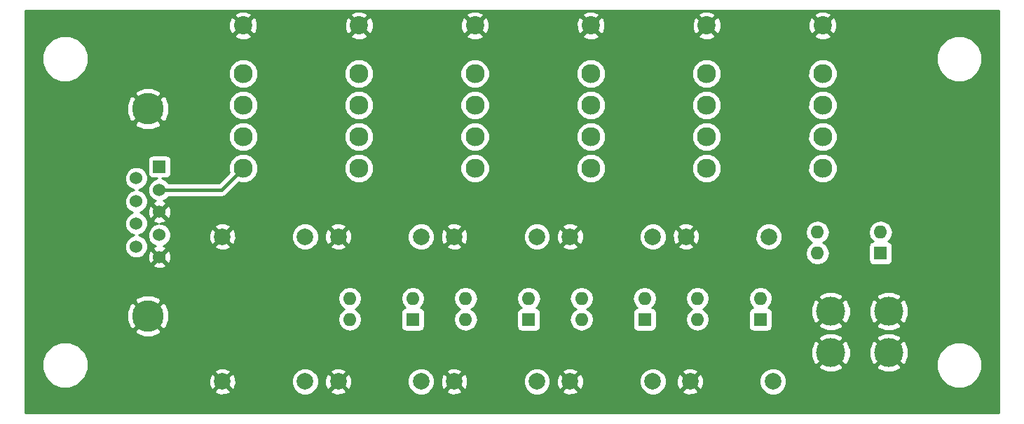
<source format=gbl>
G04 #@! TF.FileFunction,Copper,L2,Bot,Signal*
%FSLAX46Y46*%
G04 Gerber Fmt 4.6, Leading zero omitted, Abs format (unit mm)*
G04 Created by KiCad (PCBNEW 4.0.6) date Sunday, 05 May 2019 10:36:36*
%MOMM*%
%LPD*%
G01*
G04 APERTURE LIST*
%ADD10C,0.100000*%
%ADD11C,3.500880*%
%ADD12C,2.200000*%
%ADD13C,2.300000*%
%ADD14C,2.000000*%
%ADD15R,1.600000X1.600000*%
%ADD16O,1.600000X1.600000*%
%ADD17C,3.810000*%
%ADD18R,1.524000X1.524000*%
%ADD19C,1.524000*%
%ADD20C,0.400000*%
%ADD21C,0.254000*%
G04 APERTURE END LIST*
D10*
D11*
X214000000Y-101500000D03*
X214000000Y-96500000D03*
X207000000Y-101500000D03*
X207000000Y-96500000D03*
D12*
X206000000Y-62000000D03*
X192000000Y-62000000D03*
X178000000Y-62000000D03*
X164000000Y-62000000D03*
X150000000Y-62000000D03*
X136000000Y-62000000D03*
D13*
X206000000Y-67785000D03*
X206000000Y-71595000D03*
X206000000Y-75405000D03*
X206000000Y-79215000D03*
X192000000Y-67785000D03*
X192000000Y-71595000D03*
X192000000Y-75405000D03*
X192000000Y-79215000D03*
X178000000Y-67785000D03*
X178000000Y-71595000D03*
X178000000Y-75405000D03*
X178000000Y-79215000D03*
X164000000Y-67785000D03*
X164000000Y-71595000D03*
X164000000Y-75405000D03*
X164000000Y-79215000D03*
X150000000Y-67785000D03*
X150000000Y-71595000D03*
X150000000Y-75405000D03*
X150000000Y-79215000D03*
X136000000Y-67785000D03*
X136000000Y-71595000D03*
X136000000Y-75405000D03*
X136000000Y-79215000D03*
D14*
X189500000Y-87500000D03*
X199500000Y-87500000D03*
X200000000Y-105000000D03*
X190000000Y-105000000D03*
X175500000Y-87500000D03*
X185500000Y-87500000D03*
X185500000Y-105000000D03*
X175500000Y-105000000D03*
X161500000Y-87500000D03*
X171500000Y-87500000D03*
X171500000Y-105000000D03*
X161500000Y-105000000D03*
X147500000Y-87500000D03*
X157500000Y-87500000D03*
X157500000Y-105000000D03*
X147500000Y-105000000D03*
X133500000Y-87500000D03*
X143500000Y-87500000D03*
X143500000Y-105000000D03*
X133500000Y-105000000D03*
D15*
X213000000Y-89500000D03*
D16*
X205380000Y-86960000D03*
X213000000Y-86960000D03*
X205380000Y-89500000D03*
D15*
X198500000Y-97500000D03*
D16*
X190880000Y-94960000D03*
X198500000Y-94960000D03*
X190880000Y-97500000D03*
D15*
X184500000Y-97500000D03*
D16*
X176880000Y-94960000D03*
X184500000Y-94960000D03*
X176880000Y-97500000D03*
D15*
X170500000Y-97500000D03*
D16*
X162880000Y-94960000D03*
X170500000Y-94960000D03*
X162880000Y-97500000D03*
D15*
X156500000Y-97500000D03*
D16*
X148880000Y-94960000D03*
X156500000Y-94960000D03*
X148880000Y-97500000D03*
D17*
X124500000Y-72054000D03*
X124500000Y-97073000D03*
D18*
X125897000Y-79039000D03*
D19*
X125897000Y-81833000D03*
X125897000Y-84500000D03*
X125897000Y-87294000D03*
X125897000Y-89961000D03*
X123103000Y-80436000D03*
X123103000Y-83230000D03*
X123103000Y-85897000D03*
X123103000Y-88691000D03*
D20*
X125897000Y-81833000D02*
X133382000Y-81833000D01*
X133382000Y-81833000D02*
X136000000Y-79215000D01*
D21*
G36*
X227290000Y-108790000D02*
X109710000Y-108790000D01*
X109710000Y-106152532D01*
X132527073Y-106152532D01*
X132625736Y-106419387D01*
X133235461Y-106645908D01*
X133885460Y-106621856D01*
X134374264Y-106419387D01*
X134472927Y-106152532D01*
X133500000Y-105179605D01*
X132527073Y-106152532D01*
X109710000Y-106152532D01*
X109710000Y-103551540D01*
X111714518Y-103551540D01*
X112137616Y-104575515D01*
X112920365Y-105359631D01*
X113943599Y-105784515D01*
X115051540Y-105785482D01*
X116075515Y-105362384D01*
X116703532Y-104735461D01*
X131854092Y-104735461D01*
X131878144Y-105385460D01*
X132080613Y-105874264D01*
X132347468Y-105972927D01*
X133320395Y-105000000D01*
X133679605Y-105000000D01*
X134652532Y-105972927D01*
X134919387Y-105874264D01*
X135123893Y-105323795D01*
X141864716Y-105323795D01*
X142113106Y-105924943D01*
X142572637Y-106385278D01*
X143173352Y-106634716D01*
X143823795Y-106635284D01*
X144424943Y-106386894D01*
X144659715Y-106152532D01*
X146527073Y-106152532D01*
X146625736Y-106419387D01*
X147235461Y-106645908D01*
X147885460Y-106621856D01*
X148374264Y-106419387D01*
X148472927Y-106152532D01*
X147500000Y-105179605D01*
X146527073Y-106152532D01*
X144659715Y-106152532D01*
X144885278Y-105927363D01*
X145134716Y-105326648D01*
X145135232Y-104735461D01*
X145854092Y-104735461D01*
X145878144Y-105385460D01*
X146080613Y-105874264D01*
X146347468Y-105972927D01*
X147320395Y-105000000D01*
X147679605Y-105000000D01*
X148652532Y-105972927D01*
X148919387Y-105874264D01*
X149123893Y-105323795D01*
X155864716Y-105323795D01*
X156113106Y-105924943D01*
X156572637Y-106385278D01*
X157173352Y-106634716D01*
X157823795Y-106635284D01*
X158424943Y-106386894D01*
X158659715Y-106152532D01*
X160527073Y-106152532D01*
X160625736Y-106419387D01*
X161235461Y-106645908D01*
X161885460Y-106621856D01*
X162374264Y-106419387D01*
X162472927Y-106152532D01*
X161500000Y-105179605D01*
X160527073Y-106152532D01*
X158659715Y-106152532D01*
X158885278Y-105927363D01*
X159134716Y-105326648D01*
X159135232Y-104735461D01*
X159854092Y-104735461D01*
X159878144Y-105385460D01*
X160080613Y-105874264D01*
X160347468Y-105972927D01*
X161320395Y-105000000D01*
X161679605Y-105000000D01*
X162652532Y-105972927D01*
X162919387Y-105874264D01*
X163123893Y-105323795D01*
X169864716Y-105323795D01*
X170113106Y-105924943D01*
X170572637Y-106385278D01*
X171173352Y-106634716D01*
X171823795Y-106635284D01*
X172424943Y-106386894D01*
X172659715Y-106152532D01*
X174527073Y-106152532D01*
X174625736Y-106419387D01*
X175235461Y-106645908D01*
X175885460Y-106621856D01*
X176374264Y-106419387D01*
X176472927Y-106152532D01*
X175500000Y-105179605D01*
X174527073Y-106152532D01*
X172659715Y-106152532D01*
X172885278Y-105927363D01*
X173134716Y-105326648D01*
X173135232Y-104735461D01*
X173854092Y-104735461D01*
X173878144Y-105385460D01*
X174080613Y-105874264D01*
X174347468Y-105972927D01*
X175320395Y-105000000D01*
X175679605Y-105000000D01*
X176652532Y-105972927D01*
X176919387Y-105874264D01*
X177123893Y-105323795D01*
X183864716Y-105323795D01*
X184113106Y-105924943D01*
X184572637Y-106385278D01*
X185173352Y-106634716D01*
X185823795Y-106635284D01*
X186424943Y-106386894D01*
X186659715Y-106152532D01*
X189027073Y-106152532D01*
X189125736Y-106419387D01*
X189735461Y-106645908D01*
X190385460Y-106621856D01*
X190874264Y-106419387D01*
X190972927Y-106152532D01*
X190000000Y-105179605D01*
X189027073Y-106152532D01*
X186659715Y-106152532D01*
X186885278Y-105927363D01*
X187134716Y-105326648D01*
X187135232Y-104735461D01*
X188354092Y-104735461D01*
X188378144Y-105385460D01*
X188580613Y-105874264D01*
X188847468Y-105972927D01*
X189820395Y-105000000D01*
X190179605Y-105000000D01*
X191152532Y-105972927D01*
X191419387Y-105874264D01*
X191623893Y-105323795D01*
X198364716Y-105323795D01*
X198613106Y-105924943D01*
X199072637Y-106385278D01*
X199673352Y-106634716D01*
X200323795Y-106635284D01*
X200924943Y-106386894D01*
X201385278Y-105927363D01*
X201634716Y-105326648D01*
X201635284Y-104676205D01*
X201386894Y-104075057D01*
X200927363Y-103614722D01*
X200326648Y-103365284D01*
X199676205Y-103364716D01*
X199075057Y-103613106D01*
X198614722Y-104072637D01*
X198365284Y-104673352D01*
X198364716Y-105323795D01*
X191623893Y-105323795D01*
X191645908Y-105264539D01*
X191621856Y-104614540D01*
X191419387Y-104125736D01*
X191152532Y-104027073D01*
X190179605Y-105000000D01*
X189820395Y-105000000D01*
X188847468Y-104027073D01*
X188580613Y-104125736D01*
X188354092Y-104735461D01*
X187135232Y-104735461D01*
X187135284Y-104676205D01*
X186886894Y-104075057D01*
X186659703Y-103847468D01*
X189027073Y-103847468D01*
X190000000Y-104820395D01*
X190972927Y-103847468D01*
X190874264Y-103580613D01*
X190264539Y-103354092D01*
X189614540Y-103378144D01*
X189125736Y-103580613D01*
X189027073Y-103847468D01*
X186659703Y-103847468D01*
X186427363Y-103614722D01*
X185826648Y-103365284D01*
X185176205Y-103364716D01*
X184575057Y-103613106D01*
X184114722Y-104072637D01*
X183865284Y-104673352D01*
X183864716Y-105323795D01*
X177123893Y-105323795D01*
X177145908Y-105264539D01*
X177121856Y-104614540D01*
X176919387Y-104125736D01*
X176652532Y-104027073D01*
X175679605Y-105000000D01*
X175320395Y-105000000D01*
X174347468Y-104027073D01*
X174080613Y-104125736D01*
X173854092Y-104735461D01*
X173135232Y-104735461D01*
X173135284Y-104676205D01*
X172886894Y-104075057D01*
X172659703Y-103847468D01*
X174527073Y-103847468D01*
X175500000Y-104820395D01*
X176472927Y-103847468D01*
X176374264Y-103580613D01*
X175764539Y-103354092D01*
X175114540Y-103378144D01*
X174625736Y-103580613D01*
X174527073Y-103847468D01*
X172659703Y-103847468D01*
X172427363Y-103614722D01*
X171826648Y-103365284D01*
X171176205Y-103364716D01*
X170575057Y-103613106D01*
X170114722Y-104072637D01*
X169865284Y-104673352D01*
X169864716Y-105323795D01*
X163123893Y-105323795D01*
X163145908Y-105264539D01*
X163121856Y-104614540D01*
X162919387Y-104125736D01*
X162652532Y-104027073D01*
X161679605Y-105000000D01*
X161320395Y-105000000D01*
X160347468Y-104027073D01*
X160080613Y-104125736D01*
X159854092Y-104735461D01*
X159135232Y-104735461D01*
X159135284Y-104676205D01*
X158886894Y-104075057D01*
X158659703Y-103847468D01*
X160527073Y-103847468D01*
X161500000Y-104820395D01*
X162472927Y-103847468D01*
X162374264Y-103580613D01*
X161764539Y-103354092D01*
X161114540Y-103378144D01*
X160625736Y-103580613D01*
X160527073Y-103847468D01*
X158659703Y-103847468D01*
X158427363Y-103614722D01*
X157826648Y-103365284D01*
X157176205Y-103364716D01*
X156575057Y-103613106D01*
X156114722Y-104072637D01*
X155865284Y-104673352D01*
X155864716Y-105323795D01*
X149123893Y-105323795D01*
X149145908Y-105264539D01*
X149121856Y-104614540D01*
X148919387Y-104125736D01*
X148652532Y-104027073D01*
X147679605Y-105000000D01*
X147320395Y-105000000D01*
X146347468Y-104027073D01*
X146080613Y-104125736D01*
X145854092Y-104735461D01*
X145135232Y-104735461D01*
X145135284Y-104676205D01*
X144886894Y-104075057D01*
X144659703Y-103847468D01*
X146527073Y-103847468D01*
X147500000Y-104820395D01*
X148472927Y-103847468D01*
X148374264Y-103580613D01*
X147764539Y-103354092D01*
X147114540Y-103378144D01*
X146625736Y-103580613D01*
X146527073Y-103847468D01*
X144659703Y-103847468D01*
X144427363Y-103614722D01*
X143826648Y-103365284D01*
X143176205Y-103364716D01*
X142575057Y-103613106D01*
X142114722Y-104072637D01*
X141865284Y-104673352D01*
X141864716Y-105323795D01*
X135123893Y-105323795D01*
X135145908Y-105264539D01*
X135121856Y-104614540D01*
X134919387Y-104125736D01*
X134652532Y-104027073D01*
X133679605Y-105000000D01*
X133320395Y-105000000D01*
X132347468Y-104027073D01*
X132080613Y-104125736D01*
X131854092Y-104735461D01*
X116703532Y-104735461D01*
X116859631Y-104579635D01*
X117163653Y-103847468D01*
X132527073Y-103847468D01*
X133500000Y-104820395D01*
X134472927Y-103847468D01*
X134374264Y-103580613D01*
X133764539Y-103354092D01*
X133114540Y-103378144D01*
X132625736Y-103580613D01*
X132527073Y-103847468D01*
X117163653Y-103847468D01*
X117284515Y-103556401D01*
X117284830Y-103194846D01*
X205484759Y-103194846D01*
X205675099Y-103539635D01*
X206556486Y-103891394D01*
X207505393Y-103879086D01*
X208324901Y-103539635D01*
X208515241Y-103194846D01*
X212484759Y-103194846D01*
X212675099Y-103539635D01*
X213556486Y-103891394D01*
X214505393Y-103879086D01*
X215296159Y-103551540D01*
X219714518Y-103551540D01*
X220137616Y-104575515D01*
X220920365Y-105359631D01*
X221943599Y-105784515D01*
X223051540Y-105785482D01*
X224075515Y-105362384D01*
X224859631Y-104579635D01*
X225284515Y-103556401D01*
X225285482Y-102448460D01*
X224862384Y-101424485D01*
X224079635Y-100640369D01*
X223056401Y-100215485D01*
X221948460Y-100214518D01*
X220924485Y-100637616D01*
X220140369Y-101420365D01*
X219715485Y-102443599D01*
X219714518Y-103551540D01*
X215296159Y-103551540D01*
X215324901Y-103539635D01*
X215515241Y-103194846D01*
X214000000Y-101679605D01*
X212484759Y-103194846D01*
X208515241Y-103194846D01*
X207000000Y-101679605D01*
X205484759Y-103194846D01*
X117284830Y-103194846D01*
X117285482Y-102448460D01*
X116862384Y-101424485D01*
X116495027Y-101056486D01*
X204608606Y-101056486D01*
X204620914Y-102005393D01*
X204960365Y-102824901D01*
X205305154Y-103015241D01*
X206820395Y-101500000D01*
X207179605Y-101500000D01*
X208694846Y-103015241D01*
X209039635Y-102824901D01*
X209391394Y-101943514D01*
X209379889Y-101056486D01*
X211608606Y-101056486D01*
X211620914Y-102005393D01*
X211960365Y-102824901D01*
X212305154Y-103015241D01*
X213820395Y-101500000D01*
X214179605Y-101500000D01*
X215694846Y-103015241D01*
X216039635Y-102824901D01*
X216391394Y-101943514D01*
X216379086Y-100994607D01*
X216039635Y-100175099D01*
X215694846Y-99984759D01*
X214179605Y-101500000D01*
X213820395Y-101500000D01*
X212305154Y-99984759D01*
X211960365Y-100175099D01*
X211608606Y-101056486D01*
X209379889Y-101056486D01*
X209379086Y-100994607D01*
X209039635Y-100175099D01*
X208694846Y-99984759D01*
X207179605Y-101500000D01*
X206820395Y-101500000D01*
X205305154Y-99984759D01*
X204960365Y-100175099D01*
X204608606Y-101056486D01*
X116495027Y-101056486D01*
X116079635Y-100640369D01*
X115056401Y-100215485D01*
X113948460Y-100214518D01*
X112924485Y-100637616D01*
X112140369Y-101420365D01*
X111715485Y-102443599D01*
X111714518Y-103551540D01*
X109710000Y-103551540D01*
X109710000Y-99805154D01*
X205484759Y-99805154D01*
X207000000Y-101320395D01*
X208515241Y-99805154D01*
X212484759Y-99805154D01*
X214000000Y-101320395D01*
X215515241Y-99805154D01*
X215324901Y-99460365D01*
X214443514Y-99108606D01*
X213494607Y-99120914D01*
X212675099Y-99460365D01*
X212484759Y-99805154D01*
X208515241Y-99805154D01*
X208324901Y-99460365D01*
X207443514Y-99108606D01*
X206494607Y-99120914D01*
X205675099Y-99460365D01*
X205484759Y-99805154D01*
X109710000Y-99805154D01*
X109710000Y-98879440D01*
X122873165Y-98879440D01*
X123082353Y-99240289D01*
X124019650Y-99617824D01*
X125030077Y-99607933D01*
X125917647Y-99240289D01*
X126126835Y-98879440D01*
X124500000Y-97252605D01*
X122873165Y-98879440D01*
X109710000Y-98879440D01*
X109710000Y-96592650D01*
X121955176Y-96592650D01*
X121965067Y-97603077D01*
X122332711Y-98490647D01*
X122693560Y-98699835D01*
X124320395Y-97073000D01*
X124679605Y-97073000D01*
X126306440Y-98699835D01*
X126667289Y-98490647D01*
X127044824Y-97553350D01*
X127034933Y-96542923D01*
X126667289Y-95655353D01*
X126306440Y-95446165D01*
X124679605Y-97073000D01*
X124320395Y-97073000D01*
X122693560Y-95446165D01*
X122332711Y-95655353D01*
X121955176Y-96592650D01*
X109710000Y-96592650D01*
X109710000Y-95266560D01*
X122873165Y-95266560D01*
X124500000Y-96893395D01*
X126126835Y-95266560D01*
X125949119Y-94960000D01*
X147416887Y-94960000D01*
X147526120Y-95509151D01*
X147837189Y-95974698D01*
X148219275Y-96230000D01*
X147837189Y-96485302D01*
X147526120Y-96950849D01*
X147416887Y-97500000D01*
X147526120Y-98049151D01*
X147837189Y-98514698D01*
X148302736Y-98825767D01*
X148851887Y-98935000D01*
X148908113Y-98935000D01*
X149457264Y-98825767D01*
X149922811Y-98514698D01*
X150233880Y-98049151D01*
X150343113Y-97500000D01*
X150233880Y-96950849D01*
X149922811Y-96485302D01*
X149540725Y-96230000D01*
X149922811Y-95974698D01*
X150233880Y-95509151D01*
X150343113Y-94960000D01*
X155036887Y-94960000D01*
X155146120Y-95509151D01*
X155457189Y-95974698D01*
X155601465Y-96071101D01*
X155464683Y-96096838D01*
X155248559Y-96235910D01*
X155103569Y-96448110D01*
X155052560Y-96700000D01*
X155052560Y-98300000D01*
X155096838Y-98535317D01*
X155235910Y-98751441D01*
X155448110Y-98896431D01*
X155700000Y-98947440D01*
X157300000Y-98947440D01*
X157535317Y-98903162D01*
X157751441Y-98764090D01*
X157896431Y-98551890D01*
X157947440Y-98300000D01*
X157947440Y-96700000D01*
X157903162Y-96464683D01*
X157764090Y-96248559D01*
X157551890Y-96103569D01*
X157396911Y-96072185D01*
X157542811Y-95974698D01*
X157853880Y-95509151D01*
X157963113Y-94960000D01*
X161416887Y-94960000D01*
X161526120Y-95509151D01*
X161837189Y-95974698D01*
X162219275Y-96230000D01*
X161837189Y-96485302D01*
X161526120Y-96950849D01*
X161416887Y-97500000D01*
X161526120Y-98049151D01*
X161837189Y-98514698D01*
X162302736Y-98825767D01*
X162851887Y-98935000D01*
X162908113Y-98935000D01*
X163457264Y-98825767D01*
X163922811Y-98514698D01*
X164233880Y-98049151D01*
X164343113Y-97500000D01*
X164233880Y-96950849D01*
X163922811Y-96485302D01*
X163540725Y-96230000D01*
X163922811Y-95974698D01*
X164233880Y-95509151D01*
X164343113Y-94960000D01*
X169036887Y-94960000D01*
X169146120Y-95509151D01*
X169457189Y-95974698D01*
X169601465Y-96071101D01*
X169464683Y-96096838D01*
X169248559Y-96235910D01*
X169103569Y-96448110D01*
X169052560Y-96700000D01*
X169052560Y-98300000D01*
X169096838Y-98535317D01*
X169235910Y-98751441D01*
X169448110Y-98896431D01*
X169700000Y-98947440D01*
X171300000Y-98947440D01*
X171535317Y-98903162D01*
X171751441Y-98764090D01*
X171896431Y-98551890D01*
X171947440Y-98300000D01*
X171947440Y-96700000D01*
X171903162Y-96464683D01*
X171764090Y-96248559D01*
X171551890Y-96103569D01*
X171396911Y-96072185D01*
X171542811Y-95974698D01*
X171853880Y-95509151D01*
X171963113Y-94960000D01*
X175416887Y-94960000D01*
X175526120Y-95509151D01*
X175837189Y-95974698D01*
X176219275Y-96230000D01*
X175837189Y-96485302D01*
X175526120Y-96950849D01*
X175416887Y-97500000D01*
X175526120Y-98049151D01*
X175837189Y-98514698D01*
X176302736Y-98825767D01*
X176851887Y-98935000D01*
X176908113Y-98935000D01*
X177457264Y-98825767D01*
X177922811Y-98514698D01*
X178233880Y-98049151D01*
X178343113Y-97500000D01*
X178233880Y-96950849D01*
X177922811Y-96485302D01*
X177540725Y-96230000D01*
X177922811Y-95974698D01*
X178233880Y-95509151D01*
X178343113Y-94960000D01*
X183036887Y-94960000D01*
X183146120Y-95509151D01*
X183457189Y-95974698D01*
X183601465Y-96071101D01*
X183464683Y-96096838D01*
X183248559Y-96235910D01*
X183103569Y-96448110D01*
X183052560Y-96700000D01*
X183052560Y-98300000D01*
X183096838Y-98535317D01*
X183235910Y-98751441D01*
X183448110Y-98896431D01*
X183700000Y-98947440D01*
X185300000Y-98947440D01*
X185535317Y-98903162D01*
X185751441Y-98764090D01*
X185896431Y-98551890D01*
X185947440Y-98300000D01*
X185947440Y-96700000D01*
X185903162Y-96464683D01*
X185764090Y-96248559D01*
X185551890Y-96103569D01*
X185396911Y-96072185D01*
X185542811Y-95974698D01*
X185853880Y-95509151D01*
X185963113Y-94960000D01*
X189416887Y-94960000D01*
X189526120Y-95509151D01*
X189837189Y-95974698D01*
X190219275Y-96230000D01*
X189837189Y-96485302D01*
X189526120Y-96950849D01*
X189416887Y-97500000D01*
X189526120Y-98049151D01*
X189837189Y-98514698D01*
X190302736Y-98825767D01*
X190851887Y-98935000D01*
X190908113Y-98935000D01*
X191457264Y-98825767D01*
X191922811Y-98514698D01*
X192233880Y-98049151D01*
X192343113Y-97500000D01*
X192233880Y-96950849D01*
X191922811Y-96485302D01*
X191540725Y-96230000D01*
X191922811Y-95974698D01*
X192233880Y-95509151D01*
X192343113Y-94960000D01*
X197036887Y-94960000D01*
X197146120Y-95509151D01*
X197457189Y-95974698D01*
X197601465Y-96071101D01*
X197464683Y-96096838D01*
X197248559Y-96235910D01*
X197103569Y-96448110D01*
X197052560Y-96700000D01*
X197052560Y-98300000D01*
X197096838Y-98535317D01*
X197235910Y-98751441D01*
X197448110Y-98896431D01*
X197700000Y-98947440D01*
X199300000Y-98947440D01*
X199535317Y-98903162D01*
X199751441Y-98764090D01*
X199896431Y-98551890D01*
X199947440Y-98300000D01*
X199947440Y-98194846D01*
X205484759Y-98194846D01*
X205675099Y-98539635D01*
X206556486Y-98891394D01*
X207505393Y-98879086D01*
X208324901Y-98539635D01*
X208515241Y-98194846D01*
X212484759Y-98194846D01*
X212675099Y-98539635D01*
X213556486Y-98891394D01*
X214505393Y-98879086D01*
X215324901Y-98539635D01*
X215515241Y-98194846D01*
X214000000Y-96679605D01*
X212484759Y-98194846D01*
X208515241Y-98194846D01*
X207000000Y-96679605D01*
X205484759Y-98194846D01*
X199947440Y-98194846D01*
X199947440Y-96700000D01*
X199903162Y-96464683D01*
X199764090Y-96248559D01*
X199551890Y-96103569D01*
X199396911Y-96072185D01*
X199420406Y-96056486D01*
X204608606Y-96056486D01*
X204620914Y-97005393D01*
X204960365Y-97824901D01*
X205305154Y-98015241D01*
X206820395Y-96500000D01*
X207179605Y-96500000D01*
X208694846Y-98015241D01*
X209039635Y-97824901D01*
X209391394Y-96943514D01*
X209379889Y-96056486D01*
X211608606Y-96056486D01*
X211620914Y-97005393D01*
X211960365Y-97824901D01*
X212305154Y-98015241D01*
X213820395Y-96500000D01*
X214179605Y-96500000D01*
X215694846Y-98015241D01*
X216039635Y-97824901D01*
X216391394Y-96943514D01*
X216379086Y-95994607D01*
X216039635Y-95175099D01*
X215694846Y-94984759D01*
X214179605Y-96500000D01*
X213820395Y-96500000D01*
X212305154Y-94984759D01*
X211960365Y-95175099D01*
X211608606Y-96056486D01*
X209379889Y-96056486D01*
X209379086Y-95994607D01*
X209039635Y-95175099D01*
X208694846Y-94984759D01*
X207179605Y-96500000D01*
X206820395Y-96500000D01*
X205305154Y-94984759D01*
X204960365Y-95175099D01*
X204608606Y-96056486D01*
X199420406Y-96056486D01*
X199542811Y-95974698D01*
X199853880Y-95509151D01*
X199963113Y-94960000D01*
X199932313Y-94805154D01*
X205484759Y-94805154D01*
X207000000Y-96320395D01*
X208515241Y-94805154D01*
X212484759Y-94805154D01*
X214000000Y-96320395D01*
X215515241Y-94805154D01*
X215324901Y-94460365D01*
X214443514Y-94108606D01*
X213494607Y-94120914D01*
X212675099Y-94460365D01*
X212484759Y-94805154D01*
X208515241Y-94805154D01*
X208324901Y-94460365D01*
X207443514Y-94108606D01*
X206494607Y-94120914D01*
X205675099Y-94460365D01*
X205484759Y-94805154D01*
X199932313Y-94805154D01*
X199853880Y-94410849D01*
X199542811Y-93945302D01*
X199077264Y-93634233D01*
X198528113Y-93525000D01*
X198471887Y-93525000D01*
X197922736Y-93634233D01*
X197457189Y-93945302D01*
X197146120Y-94410849D01*
X197036887Y-94960000D01*
X192343113Y-94960000D01*
X192233880Y-94410849D01*
X191922811Y-93945302D01*
X191457264Y-93634233D01*
X190908113Y-93525000D01*
X190851887Y-93525000D01*
X190302736Y-93634233D01*
X189837189Y-93945302D01*
X189526120Y-94410849D01*
X189416887Y-94960000D01*
X185963113Y-94960000D01*
X185853880Y-94410849D01*
X185542811Y-93945302D01*
X185077264Y-93634233D01*
X184528113Y-93525000D01*
X184471887Y-93525000D01*
X183922736Y-93634233D01*
X183457189Y-93945302D01*
X183146120Y-94410849D01*
X183036887Y-94960000D01*
X178343113Y-94960000D01*
X178233880Y-94410849D01*
X177922811Y-93945302D01*
X177457264Y-93634233D01*
X176908113Y-93525000D01*
X176851887Y-93525000D01*
X176302736Y-93634233D01*
X175837189Y-93945302D01*
X175526120Y-94410849D01*
X175416887Y-94960000D01*
X171963113Y-94960000D01*
X171853880Y-94410849D01*
X171542811Y-93945302D01*
X171077264Y-93634233D01*
X170528113Y-93525000D01*
X170471887Y-93525000D01*
X169922736Y-93634233D01*
X169457189Y-93945302D01*
X169146120Y-94410849D01*
X169036887Y-94960000D01*
X164343113Y-94960000D01*
X164233880Y-94410849D01*
X163922811Y-93945302D01*
X163457264Y-93634233D01*
X162908113Y-93525000D01*
X162851887Y-93525000D01*
X162302736Y-93634233D01*
X161837189Y-93945302D01*
X161526120Y-94410849D01*
X161416887Y-94960000D01*
X157963113Y-94960000D01*
X157853880Y-94410849D01*
X157542811Y-93945302D01*
X157077264Y-93634233D01*
X156528113Y-93525000D01*
X156471887Y-93525000D01*
X155922736Y-93634233D01*
X155457189Y-93945302D01*
X155146120Y-94410849D01*
X155036887Y-94960000D01*
X150343113Y-94960000D01*
X150233880Y-94410849D01*
X149922811Y-93945302D01*
X149457264Y-93634233D01*
X148908113Y-93525000D01*
X148851887Y-93525000D01*
X148302736Y-93634233D01*
X147837189Y-93945302D01*
X147526120Y-94410849D01*
X147416887Y-94960000D01*
X125949119Y-94960000D01*
X125917647Y-94905711D01*
X124980350Y-94528176D01*
X123969923Y-94538067D01*
X123082353Y-94905711D01*
X122873165Y-95266560D01*
X109710000Y-95266560D01*
X109710000Y-90941213D01*
X125096392Y-90941213D01*
X125165857Y-91183397D01*
X125689302Y-91370144D01*
X126244368Y-91342362D01*
X126628143Y-91183397D01*
X126697608Y-90941213D01*
X125897000Y-90140605D01*
X125096392Y-90941213D01*
X109710000Y-90941213D01*
X109710000Y-80712661D01*
X121705758Y-80712661D01*
X121917990Y-81226303D01*
X122310630Y-81619629D01*
X122823900Y-81832757D01*
X122826336Y-81832759D01*
X122312697Y-82044990D01*
X121919371Y-82437630D01*
X121706243Y-82950900D01*
X121705758Y-83506661D01*
X121917990Y-84020303D01*
X122310630Y-84413629D01*
X122671815Y-84563606D01*
X122312697Y-84711990D01*
X121919371Y-85104630D01*
X121706243Y-85617900D01*
X121705758Y-86173661D01*
X121917990Y-86687303D01*
X122310630Y-87080629D01*
X122823900Y-87293757D01*
X122826336Y-87293759D01*
X122312697Y-87505990D01*
X121919371Y-87898630D01*
X121706243Y-88411900D01*
X121705758Y-88967661D01*
X121917990Y-89481303D01*
X122310630Y-89874629D01*
X122823900Y-90087757D01*
X123379661Y-90088242D01*
X123893303Y-89876010D01*
X124016225Y-89753302D01*
X124487856Y-89753302D01*
X124515638Y-90308368D01*
X124674603Y-90692143D01*
X124916787Y-90761608D01*
X125717395Y-89961000D01*
X126076605Y-89961000D01*
X126877213Y-90761608D01*
X127119397Y-90692143D01*
X127306144Y-90168698D01*
X127278362Y-89613632D01*
X127119397Y-89229857D01*
X126877213Y-89160392D01*
X126076605Y-89961000D01*
X125717395Y-89961000D01*
X124916787Y-89160392D01*
X124674603Y-89229857D01*
X124487856Y-89753302D01*
X124016225Y-89753302D01*
X124286629Y-89483370D01*
X124499757Y-88970100D01*
X124500242Y-88414339D01*
X124288010Y-87900697D01*
X123958550Y-87570661D01*
X124499758Y-87570661D01*
X124711990Y-88084303D01*
X125104630Y-88477629D01*
X125449841Y-88620973D01*
X125165857Y-88738603D01*
X125096392Y-88980787D01*
X125897000Y-89781395D01*
X126697608Y-88980787D01*
X126628143Y-88738603D01*
X126386890Y-88652532D01*
X132527073Y-88652532D01*
X132625736Y-88919387D01*
X133235461Y-89145908D01*
X133885460Y-89121856D01*
X134374264Y-88919387D01*
X134472927Y-88652532D01*
X133500000Y-87679605D01*
X132527073Y-88652532D01*
X126386890Y-88652532D01*
X126322738Y-88629645D01*
X126687303Y-88479010D01*
X127080629Y-88086370D01*
X127293757Y-87573100D01*
X127294051Y-87235461D01*
X131854092Y-87235461D01*
X131878144Y-87885460D01*
X132080613Y-88374264D01*
X132347468Y-88472927D01*
X133320395Y-87500000D01*
X133679605Y-87500000D01*
X134652532Y-88472927D01*
X134919387Y-88374264D01*
X135123893Y-87823795D01*
X141864716Y-87823795D01*
X142113106Y-88424943D01*
X142572637Y-88885278D01*
X143173352Y-89134716D01*
X143823795Y-89135284D01*
X144424943Y-88886894D01*
X144659715Y-88652532D01*
X146527073Y-88652532D01*
X146625736Y-88919387D01*
X147235461Y-89145908D01*
X147885460Y-89121856D01*
X148374264Y-88919387D01*
X148472927Y-88652532D01*
X147500000Y-87679605D01*
X146527073Y-88652532D01*
X144659715Y-88652532D01*
X144885278Y-88427363D01*
X145134716Y-87826648D01*
X145135232Y-87235461D01*
X145854092Y-87235461D01*
X145878144Y-87885460D01*
X146080613Y-88374264D01*
X146347468Y-88472927D01*
X147320395Y-87500000D01*
X147679605Y-87500000D01*
X148652532Y-88472927D01*
X148919387Y-88374264D01*
X149123893Y-87823795D01*
X155864716Y-87823795D01*
X156113106Y-88424943D01*
X156572637Y-88885278D01*
X157173352Y-89134716D01*
X157823795Y-89135284D01*
X158424943Y-88886894D01*
X158659715Y-88652532D01*
X160527073Y-88652532D01*
X160625736Y-88919387D01*
X161235461Y-89145908D01*
X161885460Y-89121856D01*
X162374264Y-88919387D01*
X162472927Y-88652532D01*
X161500000Y-87679605D01*
X160527073Y-88652532D01*
X158659715Y-88652532D01*
X158885278Y-88427363D01*
X159134716Y-87826648D01*
X159135232Y-87235461D01*
X159854092Y-87235461D01*
X159878144Y-87885460D01*
X160080613Y-88374264D01*
X160347468Y-88472927D01*
X161320395Y-87500000D01*
X161679605Y-87500000D01*
X162652532Y-88472927D01*
X162919387Y-88374264D01*
X163123893Y-87823795D01*
X169864716Y-87823795D01*
X170113106Y-88424943D01*
X170572637Y-88885278D01*
X171173352Y-89134716D01*
X171823795Y-89135284D01*
X172424943Y-88886894D01*
X172659715Y-88652532D01*
X174527073Y-88652532D01*
X174625736Y-88919387D01*
X175235461Y-89145908D01*
X175885460Y-89121856D01*
X176374264Y-88919387D01*
X176472927Y-88652532D01*
X175500000Y-87679605D01*
X174527073Y-88652532D01*
X172659715Y-88652532D01*
X172885278Y-88427363D01*
X173134716Y-87826648D01*
X173135232Y-87235461D01*
X173854092Y-87235461D01*
X173878144Y-87885460D01*
X174080613Y-88374264D01*
X174347468Y-88472927D01*
X175320395Y-87500000D01*
X175679605Y-87500000D01*
X176652532Y-88472927D01*
X176919387Y-88374264D01*
X177123893Y-87823795D01*
X183864716Y-87823795D01*
X184113106Y-88424943D01*
X184572637Y-88885278D01*
X185173352Y-89134716D01*
X185823795Y-89135284D01*
X186424943Y-88886894D01*
X186659715Y-88652532D01*
X188527073Y-88652532D01*
X188625736Y-88919387D01*
X189235461Y-89145908D01*
X189885460Y-89121856D01*
X190374264Y-88919387D01*
X190472927Y-88652532D01*
X189500000Y-87679605D01*
X188527073Y-88652532D01*
X186659715Y-88652532D01*
X186885278Y-88427363D01*
X187134716Y-87826648D01*
X187135232Y-87235461D01*
X187854092Y-87235461D01*
X187878144Y-87885460D01*
X188080613Y-88374264D01*
X188347468Y-88472927D01*
X189320395Y-87500000D01*
X189679605Y-87500000D01*
X190652532Y-88472927D01*
X190919387Y-88374264D01*
X191123893Y-87823795D01*
X197864716Y-87823795D01*
X198113106Y-88424943D01*
X198572637Y-88885278D01*
X199173352Y-89134716D01*
X199823795Y-89135284D01*
X200424943Y-88886894D01*
X200885278Y-88427363D01*
X201134716Y-87826648D01*
X201135284Y-87176205D01*
X201045950Y-86960000D01*
X203916887Y-86960000D01*
X204026120Y-87509151D01*
X204337189Y-87974698D01*
X204719275Y-88230000D01*
X204337189Y-88485302D01*
X204026120Y-88950849D01*
X203916887Y-89500000D01*
X204026120Y-90049151D01*
X204337189Y-90514698D01*
X204802736Y-90825767D01*
X205351887Y-90935000D01*
X205408113Y-90935000D01*
X205957264Y-90825767D01*
X206422811Y-90514698D01*
X206733880Y-90049151D01*
X206843113Y-89500000D01*
X206733880Y-88950849D01*
X206422811Y-88485302D01*
X206040725Y-88230000D01*
X206422811Y-87974698D01*
X206733880Y-87509151D01*
X206843113Y-86960000D01*
X211536887Y-86960000D01*
X211646120Y-87509151D01*
X211957189Y-87974698D01*
X212101465Y-88071101D01*
X211964683Y-88096838D01*
X211748559Y-88235910D01*
X211603569Y-88448110D01*
X211552560Y-88700000D01*
X211552560Y-90300000D01*
X211596838Y-90535317D01*
X211735910Y-90751441D01*
X211948110Y-90896431D01*
X212200000Y-90947440D01*
X213800000Y-90947440D01*
X214035317Y-90903162D01*
X214251441Y-90764090D01*
X214396431Y-90551890D01*
X214447440Y-90300000D01*
X214447440Y-88700000D01*
X214403162Y-88464683D01*
X214264090Y-88248559D01*
X214051890Y-88103569D01*
X213896911Y-88072185D01*
X214042811Y-87974698D01*
X214353880Y-87509151D01*
X214463113Y-86960000D01*
X214353880Y-86410849D01*
X214042811Y-85945302D01*
X213577264Y-85634233D01*
X213028113Y-85525000D01*
X212971887Y-85525000D01*
X212422736Y-85634233D01*
X211957189Y-85945302D01*
X211646120Y-86410849D01*
X211536887Y-86960000D01*
X206843113Y-86960000D01*
X206733880Y-86410849D01*
X206422811Y-85945302D01*
X205957264Y-85634233D01*
X205408113Y-85525000D01*
X205351887Y-85525000D01*
X204802736Y-85634233D01*
X204337189Y-85945302D01*
X204026120Y-86410849D01*
X203916887Y-86960000D01*
X201045950Y-86960000D01*
X200886894Y-86575057D01*
X200427363Y-86114722D01*
X199826648Y-85865284D01*
X199176205Y-85864716D01*
X198575057Y-86113106D01*
X198114722Y-86572637D01*
X197865284Y-87173352D01*
X197864716Y-87823795D01*
X191123893Y-87823795D01*
X191145908Y-87764539D01*
X191121856Y-87114540D01*
X190919387Y-86625736D01*
X190652532Y-86527073D01*
X189679605Y-87500000D01*
X189320395Y-87500000D01*
X188347468Y-86527073D01*
X188080613Y-86625736D01*
X187854092Y-87235461D01*
X187135232Y-87235461D01*
X187135284Y-87176205D01*
X186886894Y-86575057D01*
X186659703Y-86347468D01*
X188527073Y-86347468D01*
X189500000Y-87320395D01*
X190472927Y-86347468D01*
X190374264Y-86080613D01*
X189764539Y-85854092D01*
X189114540Y-85878144D01*
X188625736Y-86080613D01*
X188527073Y-86347468D01*
X186659703Y-86347468D01*
X186427363Y-86114722D01*
X185826648Y-85865284D01*
X185176205Y-85864716D01*
X184575057Y-86113106D01*
X184114722Y-86572637D01*
X183865284Y-87173352D01*
X183864716Y-87823795D01*
X177123893Y-87823795D01*
X177145908Y-87764539D01*
X177121856Y-87114540D01*
X176919387Y-86625736D01*
X176652532Y-86527073D01*
X175679605Y-87500000D01*
X175320395Y-87500000D01*
X174347468Y-86527073D01*
X174080613Y-86625736D01*
X173854092Y-87235461D01*
X173135232Y-87235461D01*
X173135284Y-87176205D01*
X172886894Y-86575057D01*
X172659703Y-86347468D01*
X174527073Y-86347468D01*
X175500000Y-87320395D01*
X176472927Y-86347468D01*
X176374264Y-86080613D01*
X175764539Y-85854092D01*
X175114540Y-85878144D01*
X174625736Y-86080613D01*
X174527073Y-86347468D01*
X172659703Y-86347468D01*
X172427363Y-86114722D01*
X171826648Y-85865284D01*
X171176205Y-85864716D01*
X170575057Y-86113106D01*
X170114722Y-86572637D01*
X169865284Y-87173352D01*
X169864716Y-87823795D01*
X163123893Y-87823795D01*
X163145908Y-87764539D01*
X163121856Y-87114540D01*
X162919387Y-86625736D01*
X162652532Y-86527073D01*
X161679605Y-87500000D01*
X161320395Y-87500000D01*
X160347468Y-86527073D01*
X160080613Y-86625736D01*
X159854092Y-87235461D01*
X159135232Y-87235461D01*
X159135284Y-87176205D01*
X158886894Y-86575057D01*
X158659703Y-86347468D01*
X160527073Y-86347468D01*
X161500000Y-87320395D01*
X162472927Y-86347468D01*
X162374264Y-86080613D01*
X161764539Y-85854092D01*
X161114540Y-85878144D01*
X160625736Y-86080613D01*
X160527073Y-86347468D01*
X158659703Y-86347468D01*
X158427363Y-86114722D01*
X157826648Y-85865284D01*
X157176205Y-85864716D01*
X156575057Y-86113106D01*
X156114722Y-86572637D01*
X155865284Y-87173352D01*
X155864716Y-87823795D01*
X149123893Y-87823795D01*
X149145908Y-87764539D01*
X149121856Y-87114540D01*
X148919387Y-86625736D01*
X148652532Y-86527073D01*
X147679605Y-87500000D01*
X147320395Y-87500000D01*
X146347468Y-86527073D01*
X146080613Y-86625736D01*
X145854092Y-87235461D01*
X145135232Y-87235461D01*
X145135284Y-87176205D01*
X144886894Y-86575057D01*
X144659703Y-86347468D01*
X146527073Y-86347468D01*
X147500000Y-87320395D01*
X148472927Y-86347468D01*
X148374264Y-86080613D01*
X147764539Y-85854092D01*
X147114540Y-85878144D01*
X146625736Y-86080613D01*
X146527073Y-86347468D01*
X144659703Y-86347468D01*
X144427363Y-86114722D01*
X143826648Y-85865284D01*
X143176205Y-85864716D01*
X142575057Y-86113106D01*
X142114722Y-86572637D01*
X141865284Y-87173352D01*
X141864716Y-87823795D01*
X135123893Y-87823795D01*
X135145908Y-87764539D01*
X135121856Y-87114540D01*
X134919387Y-86625736D01*
X134652532Y-86527073D01*
X133679605Y-87500000D01*
X133320395Y-87500000D01*
X132347468Y-86527073D01*
X132080613Y-86625736D01*
X131854092Y-87235461D01*
X127294051Y-87235461D01*
X127294242Y-87017339D01*
X127082010Y-86503697D01*
X126926054Y-86347468D01*
X132527073Y-86347468D01*
X133500000Y-87320395D01*
X134472927Y-86347468D01*
X134374264Y-86080613D01*
X133764539Y-85854092D01*
X133114540Y-85878144D01*
X132625736Y-86080613D01*
X132527073Y-86347468D01*
X126926054Y-86347468D01*
X126689370Y-86110371D01*
X126176100Y-85897243D01*
X125931344Y-85897029D01*
X126244368Y-85881362D01*
X126628143Y-85722397D01*
X126697608Y-85480213D01*
X125897000Y-84679605D01*
X125096392Y-85480213D01*
X125165857Y-85722397D01*
X125654668Y-85896788D01*
X125620339Y-85896758D01*
X125106697Y-86108990D01*
X124713371Y-86501630D01*
X124500243Y-87014900D01*
X124499758Y-87570661D01*
X123958550Y-87570661D01*
X123895370Y-87507371D01*
X123382100Y-87294243D01*
X123379664Y-87294241D01*
X123893303Y-87082010D01*
X124286629Y-86689370D01*
X124499757Y-86176100D01*
X124500242Y-85620339D01*
X124288010Y-85106697D01*
X123895370Y-84713371D01*
X123534185Y-84563394D01*
X123893303Y-84415010D01*
X124016225Y-84292302D01*
X124487856Y-84292302D01*
X124515638Y-84847368D01*
X124674603Y-85231143D01*
X124916787Y-85300608D01*
X125717395Y-84500000D01*
X126076605Y-84500000D01*
X126877213Y-85300608D01*
X127119397Y-85231143D01*
X127306144Y-84707698D01*
X127278362Y-84152632D01*
X127119397Y-83768857D01*
X126877213Y-83699392D01*
X126076605Y-84500000D01*
X125717395Y-84500000D01*
X124916787Y-83699392D01*
X124674603Y-83768857D01*
X124487856Y-84292302D01*
X124016225Y-84292302D01*
X124286629Y-84022370D01*
X124499757Y-83509100D01*
X124500242Y-82953339D01*
X124288010Y-82439697D01*
X123895370Y-82046371D01*
X123382100Y-81833243D01*
X123379664Y-81833241D01*
X123893303Y-81621010D01*
X124286629Y-81228370D01*
X124499757Y-80715100D01*
X124500242Y-80159339D01*
X124288010Y-79645697D01*
X123895370Y-79252371D01*
X123382100Y-79039243D01*
X122826339Y-79038758D01*
X122312697Y-79250990D01*
X121919371Y-79643630D01*
X121706243Y-80156900D01*
X121705758Y-80712661D01*
X109710000Y-80712661D01*
X109710000Y-78277000D01*
X124487560Y-78277000D01*
X124487560Y-79801000D01*
X124531838Y-80036317D01*
X124670910Y-80252441D01*
X124883110Y-80397431D01*
X125135000Y-80448440D01*
X125589646Y-80448440D01*
X125106697Y-80647990D01*
X124713371Y-81040630D01*
X124500243Y-81553900D01*
X124499758Y-82109661D01*
X124711990Y-82623303D01*
X125104630Y-83016629D01*
X125449841Y-83159973D01*
X125165857Y-83277603D01*
X125096392Y-83519787D01*
X125897000Y-84320395D01*
X126697608Y-83519787D01*
X126628143Y-83277603D01*
X126322738Y-83168645D01*
X126687303Y-83018010D01*
X127037925Y-82668000D01*
X133382000Y-82668000D01*
X133701541Y-82604439D01*
X133972434Y-82423434D01*
X135468710Y-80927158D01*
X135643384Y-80999689D01*
X136353501Y-81000309D01*
X137009800Y-80729132D01*
X137512367Y-80227441D01*
X137784689Y-79571616D01*
X137784691Y-79568501D01*
X148214691Y-79568501D01*
X148485868Y-80224800D01*
X148987559Y-80727367D01*
X149643384Y-80999689D01*
X150353501Y-81000309D01*
X151009800Y-80729132D01*
X151512367Y-80227441D01*
X151784689Y-79571616D01*
X151784691Y-79568501D01*
X162214691Y-79568501D01*
X162485868Y-80224800D01*
X162987559Y-80727367D01*
X163643384Y-80999689D01*
X164353501Y-81000309D01*
X165009800Y-80729132D01*
X165512367Y-80227441D01*
X165784689Y-79571616D01*
X165784691Y-79568501D01*
X176214691Y-79568501D01*
X176485868Y-80224800D01*
X176987559Y-80727367D01*
X177643384Y-80999689D01*
X178353501Y-81000309D01*
X179009800Y-80729132D01*
X179512367Y-80227441D01*
X179784689Y-79571616D01*
X179784691Y-79568501D01*
X190214691Y-79568501D01*
X190485868Y-80224800D01*
X190987559Y-80727367D01*
X191643384Y-80999689D01*
X192353501Y-81000309D01*
X193009800Y-80729132D01*
X193512367Y-80227441D01*
X193784689Y-79571616D01*
X193784691Y-79568501D01*
X204214691Y-79568501D01*
X204485868Y-80224800D01*
X204987559Y-80727367D01*
X205643384Y-80999689D01*
X206353501Y-81000309D01*
X207009800Y-80729132D01*
X207512367Y-80227441D01*
X207784689Y-79571616D01*
X207785309Y-78861499D01*
X207514132Y-78205200D01*
X207012441Y-77702633D01*
X206356616Y-77430311D01*
X205646499Y-77429691D01*
X204990200Y-77700868D01*
X204487633Y-78202559D01*
X204215311Y-78858384D01*
X204214691Y-79568501D01*
X193784691Y-79568501D01*
X193785309Y-78861499D01*
X193514132Y-78205200D01*
X193012441Y-77702633D01*
X192356616Y-77430311D01*
X191646499Y-77429691D01*
X190990200Y-77700868D01*
X190487633Y-78202559D01*
X190215311Y-78858384D01*
X190214691Y-79568501D01*
X179784691Y-79568501D01*
X179785309Y-78861499D01*
X179514132Y-78205200D01*
X179012441Y-77702633D01*
X178356616Y-77430311D01*
X177646499Y-77429691D01*
X176990200Y-77700868D01*
X176487633Y-78202559D01*
X176215311Y-78858384D01*
X176214691Y-79568501D01*
X165784691Y-79568501D01*
X165785309Y-78861499D01*
X165514132Y-78205200D01*
X165012441Y-77702633D01*
X164356616Y-77430311D01*
X163646499Y-77429691D01*
X162990200Y-77700868D01*
X162487633Y-78202559D01*
X162215311Y-78858384D01*
X162214691Y-79568501D01*
X151784691Y-79568501D01*
X151785309Y-78861499D01*
X151514132Y-78205200D01*
X151012441Y-77702633D01*
X150356616Y-77430311D01*
X149646499Y-77429691D01*
X148990200Y-77700868D01*
X148487633Y-78202559D01*
X148215311Y-78858384D01*
X148214691Y-79568501D01*
X137784691Y-79568501D01*
X137785309Y-78861499D01*
X137514132Y-78205200D01*
X137012441Y-77702633D01*
X136356616Y-77430311D01*
X135646499Y-77429691D01*
X134990200Y-77700868D01*
X134487633Y-78202559D01*
X134215311Y-78858384D01*
X134214691Y-79568501D01*
X134288061Y-79746071D01*
X133036132Y-80998000D01*
X127037391Y-80998000D01*
X126689370Y-80649371D01*
X126205474Y-80448440D01*
X126659000Y-80448440D01*
X126894317Y-80404162D01*
X127110441Y-80265090D01*
X127255431Y-80052890D01*
X127306440Y-79801000D01*
X127306440Y-78277000D01*
X127262162Y-78041683D01*
X127123090Y-77825559D01*
X126910890Y-77680569D01*
X126659000Y-77629560D01*
X125135000Y-77629560D01*
X124899683Y-77673838D01*
X124683559Y-77812910D01*
X124538569Y-78025110D01*
X124487560Y-78277000D01*
X109710000Y-78277000D01*
X109710000Y-75758501D01*
X134214691Y-75758501D01*
X134485868Y-76414800D01*
X134987559Y-76917367D01*
X135643384Y-77189689D01*
X136353501Y-77190309D01*
X137009800Y-76919132D01*
X137512367Y-76417441D01*
X137784689Y-75761616D01*
X137784691Y-75758501D01*
X148214691Y-75758501D01*
X148485868Y-76414800D01*
X148987559Y-76917367D01*
X149643384Y-77189689D01*
X150353501Y-77190309D01*
X151009800Y-76919132D01*
X151512367Y-76417441D01*
X151784689Y-75761616D01*
X151784691Y-75758501D01*
X162214691Y-75758501D01*
X162485868Y-76414800D01*
X162987559Y-76917367D01*
X163643384Y-77189689D01*
X164353501Y-77190309D01*
X165009800Y-76919132D01*
X165512367Y-76417441D01*
X165784689Y-75761616D01*
X165784691Y-75758501D01*
X176214691Y-75758501D01*
X176485868Y-76414800D01*
X176987559Y-76917367D01*
X177643384Y-77189689D01*
X178353501Y-77190309D01*
X179009800Y-76919132D01*
X179512367Y-76417441D01*
X179784689Y-75761616D01*
X179784691Y-75758501D01*
X190214691Y-75758501D01*
X190485868Y-76414800D01*
X190987559Y-76917367D01*
X191643384Y-77189689D01*
X192353501Y-77190309D01*
X193009800Y-76919132D01*
X193512367Y-76417441D01*
X193784689Y-75761616D01*
X193784691Y-75758501D01*
X204214691Y-75758501D01*
X204485868Y-76414800D01*
X204987559Y-76917367D01*
X205643384Y-77189689D01*
X206353501Y-77190309D01*
X207009800Y-76919132D01*
X207512367Y-76417441D01*
X207784689Y-75761616D01*
X207785309Y-75051499D01*
X207514132Y-74395200D01*
X207012441Y-73892633D01*
X206356616Y-73620311D01*
X205646499Y-73619691D01*
X204990200Y-73890868D01*
X204487633Y-74392559D01*
X204215311Y-75048384D01*
X204214691Y-75758501D01*
X193784691Y-75758501D01*
X193785309Y-75051499D01*
X193514132Y-74395200D01*
X193012441Y-73892633D01*
X192356616Y-73620311D01*
X191646499Y-73619691D01*
X190990200Y-73890868D01*
X190487633Y-74392559D01*
X190215311Y-75048384D01*
X190214691Y-75758501D01*
X179784691Y-75758501D01*
X179785309Y-75051499D01*
X179514132Y-74395200D01*
X179012441Y-73892633D01*
X178356616Y-73620311D01*
X177646499Y-73619691D01*
X176990200Y-73890868D01*
X176487633Y-74392559D01*
X176215311Y-75048384D01*
X176214691Y-75758501D01*
X165784691Y-75758501D01*
X165785309Y-75051499D01*
X165514132Y-74395200D01*
X165012441Y-73892633D01*
X164356616Y-73620311D01*
X163646499Y-73619691D01*
X162990200Y-73890868D01*
X162487633Y-74392559D01*
X162215311Y-75048384D01*
X162214691Y-75758501D01*
X151784691Y-75758501D01*
X151785309Y-75051499D01*
X151514132Y-74395200D01*
X151012441Y-73892633D01*
X150356616Y-73620311D01*
X149646499Y-73619691D01*
X148990200Y-73890868D01*
X148487633Y-74392559D01*
X148215311Y-75048384D01*
X148214691Y-75758501D01*
X137784691Y-75758501D01*
X137785309Y-75051499D01*
X137514132Y-74395200D01*
X137012441Y-73892633D01*
X136356616Y-73620311D01*
X135646499Y-73619691D01*
X134990200Y-73890868D01*
X134487633Y-74392559D01*
X134215311Y-75048384D01*
X134214691Y-75758501D01*
X109710000Y-75758501D01*
X109710000Y-73860440D01*
X122873165Y-73860440D01*
X123082353Y-74221289D01*
X124019650Y-74598824D01*
X125030077Y-74588933D01*
X125917647Y-74221289D01*
X126126835Y-73860440D01*
X124500000Y-72233605D01*
X122873165Y-73860440D01*
X109710000Y-73860440D01*
X109710000Y-71573650D01*
X121955176Y-71573650D01*
X121965067Y-72584077D01*
X122332711Y-73471647D01*
X122693560Y-73680835D01*
X124320395Y-72054000D01*
X124679605Y-72054000D01*
X126306440Y-73680835D01*
X126667289Y-73471647D01*
X127044824Y-72534350D01*
X127039090Y-71948501D01*
X134214691Y-71948501D01*
X134485868Y-72604800D01*
X134987559Y-73107367D01*
X135643384Y-73379689D01*
X136353501Y-73380309D01*
X137009800Y-73109132D01*
X137512367Y-72607441D01*
X137784689Y-71951616D01*
X137784691Y-71948501D01*
X148214691Y-71948501D01*
X148485868Y-72604800D01*
X148987559Y-73107367D01*
X149643384Y-73379689D01*
X150353501Y-73380309D01*
X151009800Y-73109132D01*
X151512367Y-72607441D01*
X151784689Y-71951616D01*
X151784691Y-71948501D01*
X162214691Y-71948501D01*
X162485868Y-72604800D01*
X162987559Y-73107367D01*
X163643384Y-73379689D01*
X164353501Y-73380309D01*
X165009800Y-73109132D01*
X165512367Y-72607441D01*
X165784689Y-71951616D01*
X165784691Y-71948501D01*
X176214691Y-71948501D01*
X176485868Y-72604800D01*
X176987559Y-73107367D01*
X177643384Y-73379689D01*
X178353501Y-73380309D01*
X179009800Y-73109132D01*
X179512367Y-72607441D01*
X179784689Y-71951616D01*
X179784691Y-71948501D01*
X190214691Y-71948501D01*
X190485868Y-72604800D01*
X190987559Y-73107367D01*
X191643384Y-73379689D01*
X192353501Y-73380309D01*
X193009800Y-73109132D01*
X193512367Y-72607441D01*
X193784689Y-71951616D01*
X193784691Y-71948501D01*
X204214691Y-71948501D01*
X204485868Y-72604800D01*
X204987559Y-73107367D01*
X205643384Y-73379689D01*
X206353501Y-73380309D01*
X207009800Y-73109132D01*
X207512367Y-72607441D01*
X207784689Y-71951616D01*
X207785309Y-71241499D01*
X207514132Y-70585200D01*
X207012441Y-70082633D01*
X206356616Y-69810311D01*
X205646499Y-69809691D01*
X204990200Y-70080868D01*
X204487633Y-70582559D01*
X204215311Y-71238384D01*
X204214691Y-71948501D01*
X193784691Y-71948501D01*
X193785309Y-71241499D01*
X193514132Y-70585200D01*
X193012441Y-70082633D01*
X192356616Y-69810311D01*
X191646499Y-69809691D01*
X190990200Y-70080868D01*
X190487633Y-70582559D01*
X190215311Y-71238384D01*
X190214691Y-71948501D01*
X179784691Y-71948501D01*
X179785309Y-71241499D01*
X179514132Y-70585200D01*
X179012441Y-70082633D01*
X178356616Y-69810311D01*
X177646499Y-69809691D01*
X176990200Y-70080868D01*
X176487633Y-70582559D01*
X176215311Y-71238384D01*
X176214691Y-71948501D01*
X165784691Y-71948501D01*
X165785309Y-71241499D01*
X165514132Y-70585200D01*
X165012441Y-70082633D01*
X164356616Y-69810311D01*
X163646499Y-69809691D01*
X162990200Y-70080868D01*
X162487633Y-70582559D01*
X162215311Y-71238384D01*
X162214691Y-71948501D01*
X151784691Y-71948501D01*
X151785309Y-71241499D01*
X151514132Y-70585200D01*
X151012441Y-70082633D01*
X150356616Y-69810311D01*
X149646499Y-69809691D01*
X148990200Y-70080868D01*
X148487633Y-70582559D01*
X148215311Y-71238384D01*
X148214691Y-71948501D01*
X137784691Y-71948501D01*
X137785309Y-71241499D01*
X137514132Y-70585200D01*
X137012441Y-70082633D01*
X136356616Y-69810311D01*
X135646499Y-69809691D01*
X134990200Y-70080868D01*
X134487633Y-70582559D01*
X134215311Y-71238384D01*
X134214691Y-71948501D01*
X127039090Y-71948501D01*
X127034933Y-71523923D01*
X126667289Y-70636353D01*
X126306440Y-70427165D01*
X124679605Y-72054000D01*
X124320395Y-72054000D01*
X122693560Y-70427165D01*
X122332711Y-70636353D01*
X121955176Y-71573650D01*
X109710000Y-71573650D01*
X109710000Y-70247560D01*
X122873165Y-70247560D01*
X124500000Y-71874395D01*
X126126835Y-70247560D01*
X125917647Y-69886711D01*
X124980350Y-69509176D01*
X123969923Y-69519067D01*
X123082353Y-69886711D01*
X122873165Y-70247560D01*
X109710000Y-70247560D01*
X109710000Y-66551540D01*
X111714518Y-66551540D01*
X112137616Y-67575515D01*
X112920365Y-68359631D01*
X113943599Y-68784515D01*
X115051540Y-68785482D01*
X116075515Y-68362384D01*
X116299788Y-68138501D01*
X134214691Y-68138501D01*
X134485868Y-68794800D01*
X134987559Y-69297367D01*
X135643384Y-69569689D01*
X136353501Y-69570309D01*
X137009800Y-69299132D01*
X137512367Y-68797441D01*
X137784689Y-68141616D01*
X137784691Y-68138501D01*
X148214691Y-68138501D01*
X148485868Y-68794800D01*
X148987559Y-69297367D01*
X149643384Y-69569689D01*
X150353501Y-69570309D01*
X151009800Y-69299132D01*
X151512367Y-68797441D01*
X151784689Y-68141616D01*
X151784691Y-68138501D01*
X162214691Y-68138501D01*
X162485868Y-68794800D01*
X162987559Y-69297367D01*
X163643384Y-69569689D01*
X164353501Y-69570309D01*
X165009800Y-69299132D01*
X165512367Y-68797441D01*
X165784689Y-68141616D01*
X165784691Y-68138501D01*
X176214691Y-68138501D01*
X176485868Y-68794800D01*
X176987559Y-69297367D01*
X177643384Y-69569689D01*
X178353501Y-69570309D01*
X179009800Y-69299132D01*
X179512367Y-68797441D01*
X179784689Y-68141616D01*
X179784691Y-68138501D01*
X190214691Y-68138501D01*
X190485868Y-68794800D01*
X190987559Y-69297367D01*
X191643384Y-69569689D01*
X192353501Y-69570309D01*
X193009800Y-69299132D01*
X193512367Y-68797441D01*
X193784689Y-68141616D01*
X193784691Y-68138501D01*
X204214691Y-68138501D01*
X204485868Y-68794800D01*
X204987559Y-69297367D01*
X205643384Y-69569689D01*
X206353501Y-69570309D01*
X207009800Y-69299132D01*
X207512367Y-68797441D01*
X207784689Y-68141616D01*
X207785309Y-67431499D01*
X207514132Y-66775200D01*
X207290862Y-66551540D01*
X219714518Y-66551540D01*
X220137616Y-67575515D01*
X220920365Y-68359631D01*
X221943599Y-68784515D01*
X223051540Y-68785482D01*
X224075515Y-68362384D01*
X224859631Y-67579635D01*
X225284515Y-66556401D01*
X225285482Y-65448460D01*
X224862384Y-64424485D01*
X224079635Y-63640369D01*
X223056401Y-63215485D01*
X221948460Y-63214518D01*
X220924485Y-63637616D01*
X220140369Y-64420365D01*
X219715485Y-65443599D01*
X219714518Y-66551540D01*
X207290862Y-66551540D01*
X207012441Y-66272633D01*
X206356616Y-66000311D01*
X205646499Y-65999691D01*
X204990200Y-66270868D01*
X204487633Y-66772559D01*
X204215311Y-67428384D01*
X204214691Y-68138501D01*
X193784691Y-68138501D01*
X193785309Y-67431499D01*
X193514132Y-66775200D01*
X193012441Y-66272633D01*
X192356616Y-66000311D01*
X191646499Y-65999691D01*
X190990200Y-66270868D01*
X190487633Y-66772559D01*
X190215311Y-67428384D01*
X190214691Y-68138501D01*
X179784691Y-68138501D01*
X179785309Y-67431499D01*
X179514132Y-66775200D01*
X179012441Y-66272633D01*
X178356616Y-66000311D01*
X177646499Y-65999691D01*
X176990200Y-66270868D01*
X176487633Y-66772559D01*
X176215311Y-67428384D01*
X176214691Y-68138501D01*
X165784691Y-68138501D01*
X165785309Y-67431499D01*
X165514132Y-66775200D01*
X165012441Y-66272633D01*
X164356616Y-66000311D01*
X163646499Y-65999691D01*
X162990200Y-66270868D01*
X162487633Y-66772559D01*
X162215311Y-67428384D01*
X162214691Y-68138501D01*
X151784691Y-68138501D01*
X151785309Y-67431499D01*
X151514132Y-66775200D01*
X151012441Y-66272633D01*
X150356616Y-66000311D01*
X149646499Y-65999691D01*
X148990200Y-66270868D01*
X148487633Y-66772559D01*
X148215311Y-67428384D01*
X148214691Y-68138501D01*
X137784691Y-68138501D01*
X137785309Y-67431499D01*
X137514132Y-66775200D01*
X137012441Y-66272633D01*
X136356616Y-66000311D01*
X135646499Y-65999691D01*
X134990200Y-66270868D01*
X134487633Y-66772559D01*
X134215311Y-67428384D01*
X134214691Y-68138501D01*
X116299788Y-68138501D01*
X116859631Y-67579635D01*
X117284515Y-66556401D01*
X117285482Y-65448460D01*
X116862384Y-64424485D01*
X116079635Y-63640369D01*
X115078998Y-63224868D01*
X134954737Y-63224868D01*
X135065641Y-63502099D01*
X135711593Y-63745323D01*
X136401453Y-63722836D01*
X136934359Y-63502099D01*
X137045263Y-63224868D01*
X148954737Y-63224868D01*
X149065641Y-63502099D01*
X149711593Y-63745323D01*
X150401453Y-63722836D01*
X150934359Y-63502099D01*
X151045263Y-63224868D01*
X162954737Y-63224868D01*
X163065641Y-63502099D01*
X163711593Y-63745323D01*
X164401453Y-63722836D01*
X164934359Y-63502099D01*
X165045263Y-63224868D01*
X176954737Y-63224868D01*
X177065641Y-63502099D01*
X177711593Y-63745323D01*
X178401453Y-63722836D01*
X178934359Y-63502099D01*
X179045263Y-63224868D01*
X190954737Y-63224868D01*
X191065641Y-63502099D01*
X191711593Y-63745323D01*
X192401453Y-63722836D01*
X192934359Y-63502099D01*
X193045263Y-63224868D01*
X204954737Y-63224868D01*
X205065641Y-63502099D01*
X205711593Y-63745323D01*
X206401453Y-63722836D01*
X206934359Y-63502099D01*
X207045263Y-63224868D01*
X206000000Y-62179605D01*
X204954737Y-63224868D01*
X193045263Y-63224868D01*
X192000000Y-62179605D01*
X190954737Y-63224868D01*
X179045263Y-63224868D01*
X178000000Y-62179605D01*
X176954737Y-63224868D01*
X165045263Y-63224868D01*
X164000000Y-62179605D01*
X162954737Y-63224868D01*
X151045263Y-63224868D01*
X150000000Y-62179605D01*
X148954737Y-63224868D01*
X137045263Y-63224868D01*
X136000000Y-62179605D01*
X134954737Y-63224868D01*
X115078998Y-63224868D01*
X115056401Y-63215485D01*
X113948460Y-63214518D01*
X112924485Y-63637616D01*
X112140369Y-64420365D01*
X111715485Y-65443599D01*
X111714518Y-66551540D01*
X109710000Y-66551540D01*
X109710000Y-61711593D01*
X134254677Y-61711593D01*
X134277164Y-62401453D01*
X134497901Y-62934359D01*
X134775132Y-63045263D01*
X135820395Y-62000000D01*
X136179605Y-62000000D01*
X137224868Y-63045263D01*
X137502099Y-62934359D01*
X137745323Y-62288407D01*
X137726521Y-61711593D01*
X148254677Y-61711593D01*
X148277164Y-62401453D01*
X148497901Y-62934359D01*
X148775132Y-63045263D01*
X149820395Y-62000000D01*
X150179605Y-62000000D01*
X151224868Y-63045263D01*
X151502099Y-62934359D01*
X151745323Y-62288407D01*
X151726521Y-61711593D01*
X162254677Y-61711593D01*
X162277164Y-62401453D01*
X162497901Y-62934359D01*
X162775132Y-63045263D01*
X163820395Y-62000000D01*
X164179605Y-62000000D01*
X165224868Y-63045263D01*
X165502099Y-62934359D01*
X165745323Y-62288407D01*
X165726521Y-61711593D01*
X176254677Y-61711593D01*
X176277164Y-62401453D01*
X176497901Y-62934359D01*
X176775132Y-63045263D01*
X177820395Y-62000000D01*
X178179605Y-62000000D01*
X179224868Y-63045263D01*
X179502099Y-62934359D01*
X179745323Y-62288407D01*
X179726521Y-61711593D01*
X190254677Y-61711593D01*
X190277164Y-62401453D01*
X190497901Y-62934359D01*
X190775132Y-63045263D01*
X191820395Y-62000000D01*
X192179605Y-62000000D01*
X193224868Y-63045263D01*
X193502099Y-62934359D01*
X193745323Y-62288407D01*
X193726521Y-61711593D01*
X204254677Y-61711593D01*
X204277164Y-62401453D01*
X204497901Y-62934359D01*
X204775132Y-63045263D01*
X205820395Y-62000000D01*
X206179605Y-62000000D01*
X207224868Y-63045263D01*
X207502099Y-62934359D01*
X207745323Y-62288407D01*
X207722836Y-61598547D01*
X207502099Y-61065641D01*
X207224868Y-60954737D01*
X206179605Y-62000000D01*
X205820395Y-62000000D01*
X204775132Y-60954737D01*
X204497901Y-61065641D01*
X204254677Y-61711593D01*
X193726521Y-61711593D01*
X193722836Y-61598547D01*
X193502099Y-61065641D01*
X193224868Y-60954737D01*
X192179605Y-62000000D01*
X191820395Y-62000000D01*
X190775132Y-60954737D01*
X190497901Y-61065641D01*
X190254677Y-61711593D01*
X179726521Y-61711593D01*
X179722836Y-61598547D01*
X179502099Y-61065641D01*
X179224868Y-60954737D01*
X178179605Y-62000000D01*
X177820395Y-62000000D01*
X176775132Y-60954737D01*
X176497901Y-61065641D01*
X176254677Y-61711593D01*
X165726521Y-61711593D01*
X165722836Y-61598547D01*
X165502099Y-61065641D01*
X165224868Y-60954737D01*
X164179605Y-62000000D01*
X163820395Y-62000000D01*
X162775132Y-60954737D01*
X162497901Y-61065641D01*
X162254677Y-61711593D01*
X151726521Y-61711593D01*
X151722836Y-61598547D01*
X151502099Y-61065641D01*
X151224868Y-60954737D01*
X150179605Y-62000000D01*
X149820395Y-62000000D01*
X148775132Y-60954737D01*
X148497901Y-61065641D01*
X148254677Y-61711593D01*
X137726521Y-61711593D01*
X137722836Y-61598547D01*
X137502099Y-61065641D01*
X137224868Y-60954737D01*
X136179605Y-62000000D01*
X135820395Y-62000000D01*
X134775132Y-60954737D01*
X134497901Y-61065641D01*
X134254677Y-61711593D01*
X109710000Y-61711593D01*
X109710000Y-60775132D01*
X134954737Y-60775132D01*
X136000000Y-61820395D01*
X137045263Y-60775132D01*
X148954737Y-60775132D01*
X150000000Y-61820395D01*
X151045263Y-60775132D01*
X162954737Y-60775132D01*
X164000000Y-61820395D01*
X165045263Y-60775132D01*
X176954737Y-60775132D01*
X178000000Y-61820395D01*
X179045263Y-60775132D01*
X190954737Y-60775132D01*
X192000000Y-61820395D01*
X193045263Y-60775132D01*
X204954737Y-60775132D01*
X206000000Y-61820395D01*
X207045263Y-60775132D01*
X206934359Y-60497901D01*
X206288407Y-60254677D01*
X205598547Y-60277164D01*
X205065641Y-60497901D01*
X204954737Y-60775132D01*
X193045263Y-60775132D01*
X192934359Y-60497901D01*
X192288407Y-60254677D01*
X191598547Y-60277164D01*
X191065641Y-60497901D01*
X190954737Y-60775132D01*
X179045263Y-60775132D01*
X178934359Y-60497901D01*
X178288407Y-60254677D01*
X177598547Y-60277164D01*
X177065641Y-60497901D01*
X176954737Y-60775132D01*
X165045263Y-60775132D01*
X164934359Y-60497901D01*
X164288407Y-60254677D01*
X163598547Y-60277164D01*
X163065641Y-60497901D01*
X162954737Y-60775132D01*
X151045263Y-60775132D01*
X150934359Y-60497901D01*
X150288407Y-60254677D01*
X149598547Y-60277164D01*
X149065641Y-60497901D01*
X148954737Y-60775132D01*
X137045263Y-60775132D01*
X136934359Y-60497901D01*
X136288407Y-60254677D01*
X135598547Y-60277164D01*
X135065641Y-60497901D01*
X134954737Y-60775132D01*
X109710000Y-60775132D01*
X109710000Y-60210000D01*
X227290000Y-60210000D01*
X227290000Y-108790000D01*
X227290000Y-108790000D01*
G37*
X227290000Y-108790000D02*
X109710000Y-108790000D01*
X109710000Y-106152532D01*
X132527073Y-106152532D01*
X132625736Y-106419387D01*
X133235461Y-106645908D01*
X133885460Y-106621856D01*
X134374264Y-106419387D01*
X134472927Y-106152532D01*
X133500000Y-105179605D01*
X132527073Y-106152532D01*
X109710000Y-106152532D01*
X109710000Y-103551540D01*
X111714518Y-103551540D01*
X112137616Y-104575515D01*
X112920365Y-105359631D01*
X113943599Y-105784515D01*
X115051540Y-105785482D01*
X116075515Y-105362384D01*
X116703532Y-104735461D01*
X131854092Y-104735461D01*
X131878144Y-105385460D01*
X132080613Y-105874264D01*
X132347468Y-105972927D01*
X133320395Y-105000000D01*
X133679605Y-105000000D01*
X134652532Y-105972927D01*
X134919387Y-105874264D01*
X135123893Y-105323795D01*
X141864716Y-105323795D01*
X142113106Y-105924943D01*
X142572637Y-106385278D01*
X143173352Y-106634716D01*
X143823795Y-106635284D01*
X144424943Y-106386894D01*
X144659715Y-106152532D01*
X146527073Y-106152532D01*
X146625736Y-106419387D01*
X147235461Y-106645908D01*
X147885460Y-106621856D01*
X148374264Y-106419387D01*
X148472927Y-106152532D01*
X147500000Y-105179605D01*
X146527073Y-106152532D01*
X144659715Y-106152532D01*
X144885278Y-105927363D01*
X145134716Y-105326648D01*
X145135232Y-104735461D01*
X145854092Y-104735461D01*
X145878144Y-105385460D01*
X146080613Y-105874264D01*
X146347468Y-105972927D01*
X147320395Y-105000000D01*
X147679605Y-105000000D01*
X148652532Y-105972927D01*
X148919387Y-105874264D01*
X149123893Y-105323795D01*
X155864716Y-105323795D01*
X156113106Y-105924943D01*
X156572637Y-106385278D01*
X157173352Y-106634716D01*
X157823795Y-106635284D01*
X158424943Y-106386894D01*
X158659715Y-106152532D01*
X160527073Y-106152532D01*
X160625736Y-106419387D01*
X161235461Y-106645908D01*
X161885460Y-106621856D01*
X162374264Y-106419387D01*
X162472927Y-106152532D01*
X161500000Y-105179605D01*
X160527073Y-106152532D01*
X158659715Y-106152532D01*
X158885278Y-105927363D01*
X159134716Y-105326648D01*
X159135232Y-104735461D01*
X159854092Y-104735461D01*
X159878144Y-105385460D01*
X160080613Y-105874264D01*
X160347468Y-105972927D01*
X161320395Y-105000000D01*
X161679605Y-105000000D01*
X162652532Y-105972927D01*
X162919387Y-105874264D01*
X163123893Y-105323795D01*
X169864716Y-105323795D01*
X170113106Y-105924943D01*
X170572637Y-106385278D01*
X171173352Y-106634716D01*
X171823795Y-106635284D01*
X172424943Y-106386894D01*
X172659715Y-106152532D01*
X174527073Y-106152532D01*
X174625736Y-106419387D01*
X175235461Y-106645908D01*
X175885460Y-106621856D01*
X176374264Y-106419387D01*
X176472927Y-106152532D01*
X175500000Y-105179605D01*
X174527073Y-106152532D01*
X172659715Y-106152532D01*
X172885278Y-105927363D01*
X173134716Y-105326648D01*
X173135232Y-104735461D01*
X173854092Y-104735461D01*
X173878144Y-105385460D01*
X174080613Y-105874264D01*
X174347468Y-105972927D01*
X175320395Y-105000000D01*
X175679605Y-105000000D01*
X176652532Y-105972927D01*
X176919387Y-105874264D01*
X177123893Y-105323795D01*
X183864716Y-105323795D01*
X184113106Y-105924943D01*
X184572637Y-106385278D01*
X185173352Y-106634716D01*
X185823795Y-106635284D01*
X186424943Y-106386894D01*
X186659715Y-106152532D01*
X189027073Y-106152532D01*
X189125736Y-106419387D01*
X189735461Y-106645908D01*
X190385460Y-106621856D01*
X190874264Y-106419387D01*
X190972927Y-106152532D01*
X190000000Y-105179605D01*
X189027073Y-106152532D01*
X186659715Y-106152532D01*
X186885278Y-105927363D01*
X187134716Y-105326648D01*
X187135232Y-104735461D01*
X188354092Y-104735461D01*
X188378144Y-105385460D01*
X188580613Y-105874264D01*
X188847468Y-105972927D01*
X189820395Y-105000000D01*
X190179605Y-105000000D01*
X191152532Y-105972927D01*
X191419387Y-105874264D01*
X191623893Y-105323795D01*
X198364716Y-105323795D01*
X198613106Y-105924943D01*
X199072637Y-106385278D01*
X199673352Y-106634716D01*
X200323795Y-106635284D01*
X200924943Y-106386894D01*
X201385278Y-105927363D01*
X201634716Y-105326648D01*
X201635284Y-104676205D01*
X201386894Y-104075057D01*
X200927363Y-103614722D01*
X200326648Y-103365284D01*
X199676205Y-103364716D01*
X199075057Y-103613106D01*
X198614722Y-104072637D01*
X198365284Y-104673352D01*
X198364716Y-105323795D01*
X191623893Y-105323795D01*
X191645908Y-105264539D01*
X191621856Y-104614540D01*
X191419387Y-104125736D01*
X191152532Y-104027073D01*
X190179605Y-105000000D01*
X189820395Y-105000000D01*
X188847468Y-104027073D01*
X188580613Y-104125736D01*
X188354092Y-104735461D01*
X187135232Y-104735461D01*
X187135284Y-104676205D01*
X186886894Y-104075057D01*
X186659703Y-103847468D01*
X189027073Y-103847468D01*
X190000000Y-104820395D01*
X190972927Y-103847468D01*
X190874264Y-103580613D01*
X190264539Y-103354092D01*
X189614540Y-103378144D01*
X189125736Y-103580613D01*
X189027073Y-103847468D01*
X186659703Y-103847468D01*
X186427363Y-103614722D01*
X185826648Y-103365284D01*
X185176205Y-103364716D01*
X184575057Y-103613106D01*
X184114722Y-104072637D01*
X183865284Y-104673352D01*
X183864716Y-105323795D01*
X177123893Y-105323795D01*
X177145908Y-105264539D01*
X177121856Y-104614540D01*
X176919387Y-104125736D01*
X176652532Y-104027073D01*
X175679605Y-105000000D01*
X175320395Y-105000000D01*
X174347468Y-104027073D01*
X174080613Y-104125736D01*
X173854092Y-104735461D01*
X173135232Y-104735461D01*
X173135284Y-104676205D01*
X172886894Y-104075057D01*
X172659703Y-103847468D01*
X174527073Y-103847468D01*
X175500000Y-104820395D01*
X176472927Y-103847468D01*
X176374264Y-103580613D01*
X175764539Y-103354092D01*
X175114540Y-103378144D01*
X174625736Y-103580613D01*
X174527073Y-103847468D01*
X172659703Y-103847468D01*
X172427363Y-103614722D01*
X171826648Y-103365284D01*
X171176205Y-103364716D01*
X170575057Y-103613106D01*
X170114722Y-104072637D01*
X169865284Y-104673352D01*
X169864716Y-105323795D01*
X163123893Y-105323795D01*
X163145908Y-105264539D01*
X163121856Y-104614540D01*
X162919387Y-104125736D01*
X162652532Y-104027073D01*
X161679605Y-105000000D01*
X161320395Y-105000000D01*
X160347468Y-104027073D01*
X160080613Y-104125736D01*
X159854092Y-104735461D01*
X159135232Y-104735461D01*
X159135284Y-104676205D01*
X158886894Y-104075057D01*
X158659703Y-103847468D01*
X160527073Y-103847468D01*
X161500000Y-104820395D01*
X162472927Y-103847468D01*
X162374264Y-103580613D01*
X161764539Y-103354092D01*
X161114540Y-103378144D01*
X160625736Y-103580613D01*
X160527073Y-103847468D01*
X158659703Y-103847468D01*
X158427363Y-103614722D01*
X157826648Y-103365284D01*
X157176205Y-103364716D01*
X156575057Y-103613106D01*
X156114722Y-104072637D01*
X155865284Y-104673352D01*
X155864716Y-105323795D01*
X149123893Y-105323795D01*
X149145908Y-105264539D01*
X149121856Y-104614540D01*
X148919387Y-104125736D01*
X148652532Y-104027073D01*
X147679605Y-105000000D01*
X147320395Y-105000000D01*
X146347468Y-104027073D01*
X146080613Y-104125736D01*
X145854092Y-104735461D01*
X145135232Y-104735461D01*
X145135284Y-104676205D01*
X144886894Y-104075057D01*
X144659703Y-103847468D01*
X146527073Y-103847468D01*
X147500000Y-104820395D01*
X148472927Y-103847468D01*
X148374264Y-103580613D01*
X147764539Y-103354092D01*
X147114540Y-103378144D01*
X146625736Y-103580613D01*
X146527073Y-103847468D01*
X144659703Y-103847468D01*
X144427363Y-103614722D01*
X143826648Y-103365284D01*
X143176205Y-103364716D01*
X142575057Y-103613106D01*
X142114722Y-104072637D01*
X141865284Y-104673352D01*
X141864716Y-105323795D01*
X135123893Y-105323795D01*
X135145908Y-105264539D01*
X135121856Y-104614540D01*
X134919387Y-104125736D01*
X134652532Y-104027073D01*
X133679605Y-105000000D01*
X133320395Y-105000000D01*
X132347468Y-104027073D01*
X132080613Y-104125736D01*
X131854092Y-104735461D01*
X116703532Y-104735461D01*
X116859631Y-104579635D01*
X117163653Y-103847468D01*
X132527073Y-103847468D01*
X133500000Y-104820395D01*
X134472927Y-103847468D01*
X134374264Y-103580613D01*
X133764539Y-103354092D01*
X133114540Y-103378144D01*
X132625736Y-103580613D01*
X132527073Y-103847468D01*
X117163653Y-103847468D01*
X117284515Y-103556401D01*
X117284830Y-103194846D01*
X205484759Y-103194846D01*
X205675099Y-103539635D01*
X206556486Y-103891394D01*
X207505393Y-103879086D01*
X208324901Y-103539635D01*
X208515241Y-103194846D01*
X212484759Y-103194846D01*
X212675099Y-103539635D01*
X213556486Y-103891394D01*
X214505393Y-103879086D01*
X215296159Y-103551540D01*
X219714518Y-103551540D01*
X220137616Y-104575515D01*
X220920365Y-105359631D01*
X221943599Y-105784515D01*
X223051540Y-105785482D01*
X224075515Y-105362384D01*
X224859631Y-104579635D01*
X225284515Y-103556401D01*
X225285482Y-102448460D01*
X224862384Y-101424485D01*
X224079635Y-100640369D01*
X223056401Y-100215485D01*
X221948460Y-100214518D01*
X220924485Y-100637616D01*
X220140369Y-101420365D01*
X219715485Y-102443599D01*
X219714518Y-103551540D01*
X215296159Y-103551540D01*
X215324901Y-103539635D01*
X215515241Y-103194846D01*
X214000000Y-101679605D01*
X212484759Y-103194846D01*
X208515241Y-103194846D01*
X207000000Y-101679605D01*
X205484759Y-103194846D01*
X117284830Y-103194846D01*
X117285482Y-102448460D01*
X116862384Y-101424485D01*
X116495027Y-101056486D01*
X204608606Y-101056486D01*
X204620914Y-102005393D01*
X204960365Y-102824901D01*
X205305154Y-103015241D01*
X206820395Y-101500000D01*
X207179605Y-101500000D01*
X208694846Y-103015241D01*
X209039635Y-102824901D01*
X209391394Y-101943514D01*
X209379889Y-101056486D01*
X211608606Y-101056486D01*
X211620914Y-102005393D01*
X211960365Y-102824901D01*
X212305154Y-103015241D01*
X213820395Y-101500000D01*
X214179605Y-101500000D01*
X215694846Y-103015241D01*
X216039635Y-102824901D01*
X216391394Y-101943514D01*
X216379086Y-100994607D01*
X216039635Y-100175099D01*
X215694846Y-99984759D01*
X214179605Y-101500000D01*
X213820395Y-101500000D01*
X212305154Y-99984759D01*
X211960365Y-100175099D01*
X211608606Y-101056486D01*
X209379889Y-101056486D01*
X209379086Y-100994607D01*
X209039635Y-100175099D01*
X208694846Y-99984759D01*
X207179605Y-101500000D01*
X206820395Y-101500000D01*
X205305154Y-99984759D01*
X204960365Y-100175099D01*
X204608606Y-101056486D01*
X116495027Y-101056486D01*
X116079635Y-100640369D01*
X115056401Y-100215485D01*
X113948460Y-100214518D01*
X112924485Y-100637616D01*
X112140369Y-101420365D01*
X111715485Y-102443599D01*
X111714518Y-103551540D01*
X109710000Y-103551540D01*
X109710000Y-99805154D01*
X205484759Y-99805154D01*
X207000000Y-101320395D01*
X208515241Y-99805154D01*
X212484759Y-99805154D01*
X214000000Y-101320395D01*
X215515241Y-99805154D01*
X215324901Y-99460365D01*
X214443514Y-99108606D01*
X213494607Y-99120914D01*
X212675099Y-99460365D01*
X212484759Y-99805154D01*
X208515241Y-99805154D01*
X208324901Y-99460365D01*
X207443514Y-99108606D01*
X206494607Y-99120914D01*
X205675099Y-99460365D01*
X205484759Y-99805154D01*
X109710000Y-99805154D01*
X109710000Y-98879440D01*
X122873165Y-98879440D01*
X123082353Y-99240289D01*
X124019650Y-99617824D01*
X125030077Y-99607933D01*
X125917647Y-99240289D01*
X126126835Y-98879440D01*
X124500000Y-97252605D01*
X122873165Y-98879440D01*
X109710000Y-98879440D01*
X109710000Y-96592650D01*
X121955176Y-96592650D01*
X121965067Y-97603077D01*
X122332711Y-98490647D01*
X122693560Y-98699835D01*
X124320395Y-97073000D01*
X124679605Y-97073000D01*
X126306440Y-98699835D01*
X126667289Y-98490647D01*
X127044824Y-97553350D01*
X127034933Y-96542923D01*
X126667289Y-95655353D01*
X126306440Y-95446165D01*
X124679605Y-97073000D01*
X124320395Y-97073000D01*
X122693560Y-95446165D01*
X122332711Y-95655353D01*
X121955176Y-96592650D01*
X109710000Y-96592650D01*
X109710000Y-95266560D01*
X122873165Y-95266560D01*
X124500000Y-96893395D01*
X126126835Y-95266560D01*
X125949119Y-94960000D01*
X147416887Y-94960000D01*
X147526120Y-95509151D01*
X147837189Y-95974698D01*
X148219275Y-96230000D01*
X147837189Y-96485302D01*
X147526120Y-96950849D01*
X147416887Y-97500000D01*
X147526120Y-98049151D01*
X147837189Y-98514698D01*
X148302736Y-98825767D01*
X148851887Y-98935000D01*
X148908113Y-98935000D01*
X149457264Y-98825767D01*
X149922811Y-98514698D01*
X150233880Y-98049151D01*
X150343113Y-97500000D01*
X150233880Y-96950849D01*
X149922811Y-96485302D01*
X149540725Y-96230000D01*
X149922811Y-95974698D01*
X150233880Y-95509151D01*
X150343113Y-94960000D01*
X155036887Y-94960000D01*
X155146120Y-95509151D01*
X155457189Y-95974698D01*
X155601465Y-96071101D01*
X155464683Y-96096838D01*
X155248559Y-96235910D01*
X155103569Y-96448110D01*
X155052560Y-96700000D01*
X155052560Y-98300000D01*
X155096838Y-98535317D01*
X155235910Y-98751441D01*
X155448110Y-98896431D01*
X155700000Y-98947440D01*
X157300000Y-98947440D01*
X157535317Y-98903162D01*
X157751441Y-98764090D01*
X157896431Y-98551890D01*
X157947440Y-98300000D01*
X157947440Y-96700000D01*
X157903162Y-96464683D01*
X157764090Y-96248559D01*
X157551890Y-96103569D01*
X157396911Y-96072185D01*
X157542811Y-95974698D01*
X157853880Y-95509151D01*
X157963113Y-94960000D01*
X161416887Y-94960000D01*
X161526120Y-95509151D01*
X161837189Y-95974698D01*
X162219275Y-96230000D01*
X161837189Y-96485302D01*
X161526120Y-96950849D01*
X161416887Y-97500000D01*
X161526120Y-98049151D01*
X161837189Y-98514698D01*
X162302736Y-98825767D01*
X162851887Y-98935000D01*
X162908113Y-98935000D01*
X163457264Y-98825767D01*
X163922811Y-98514698D01*
X164233880Y-98049151D01*
X164343113Y-97500000D01*
X164233880Y-96950849D01*
X163922811Y-96485302D01*
X163540725Y-96230000D01*
X163922811Y-95974698D01*
X164233880Y-95509151D01*
X164343113Y-94960000D01*
X169036887Y-94960000D01*
X169146120Y-95509151D01*
X169457189Y-95974698D01*
X169601465Y-96071101D01*
X169464683Y-96096838D01*
X169248559Y-96235910D01*
X169103569Y-96448110D01*
X169052560Y-96700000D01*
X169052560Y-98300000D01*
X169096838Y-98535317D01*
X169235910Y-98751441D01*
X169448110Y-98896431D01*
X169700000Y-98947440D01*
X171300000Y-98947440D01*
X171535317Y-98903162D01*
X171751441Y-98764090D01*
X171896431Y-98551890D01*
X171947440Y-98300000D01*
X171947440Y-96700000D01*
X171903162Y-96464683D01*
X171764090Y-96248559D01*
X171551890Y-96103569D01*
X171396911Y-96072185D01*
X171542811Y-95974698D01*
X171853880Y-95509151D01*
X171963113Y-94960000D01*
X175416887Y-94960000D01*
X175526120Y-95509151D01*
X175837189Y-95974698D01*
X176219275Y-96230000D01*
X175837189Y-96485302D01*
X175526120Y-96950849D01*
X175416887Y-97500000D01*
X175526120Y-98049151D01*
X175837189Y-98514698D01*
X176302736Y-98825767D01*
X176851887Y-98935000D01*
X176908113Y-98935000D01*
X177457264Y-98825767D01*
X177922811Y-98514698D01*
X178233880Y-98049151D01*
X178343113Y-97500000D01*
X178233880Y-96950849D01*
X177922811Y-96485302D01*
X177540725Y-96230000D01*
X177922811Y-95974698D01*
X178233880Y-95509151D01*
X178343113Y-94960000D01*
X183036887Y-94960000D01*
X183146120Y-95509151D01*
X183457189Y-95974698D01*
X183601465Y-96071101D01*
X183464683Y-96096838D01*
X183248559Y-96235910D01*
X183103569Y-96448110D01*
X183052560Y-96700000D01*
X183052560Y-98300000D01*
X183096838Y-98535317D01*
X183235910Y-98751441D01*
X183448110Y-98896431D01*
X183700000Y-98947440D01*
X185300000Y-98947440D01*
X185535317Y-98903162D01*
X185751441Y-98764090D01*
X185896431Y-98551890D01*
X185947440Y-98300000D01*
X185947440Y-96700000D01*
X185903162Y-96464683D01*
X185764090Y-96248559D01*
X185551890Y-96103569D01*
X185396911Y-96072185D01*
X185542811Y-95974698D01*
X185853880Y-95509151D01*
X185963113Y-94960000D01*
X189416887Y-94960000D01*
X189526120Y-95509151D01*
X189837189Y-95974698D01*
X190219275Y-96230000D01*
X189837189Y-96485302D01*
X189526120Y-96950849D01*
X189416887Y-97500000D01*
X189526120Y-98049151D01*
X189837189Y-98514698D01*
X190302736Y-98825767D01*
X190851887Y-98935000D01*
X190908113Y-98935000D01*
X191457264Y-98825767D01*
X191922811Y-98514698D01*
X192233880Y-98049151D01*
X192343113Y-97500000D01*
X192233880Y-96950849D01*
X191922811Y-96485302D01*
X191540725Y-96230000D01*
X191922811Y-95974698D01*
X192233880Y-95509151D01*
X192343113Y-94960000D01*
X197036887Y-94960000D01*
X197146120Y-95509151D01*
X197457189Y-95974698D01*
X197601465Y-96071101D01*
X197464683Y-96096838D01*
X197248559Y-96235910D01*
X197103569Y-96448110D01*
X197052560Y-96700000D01*
X197052560Y-98300000D01*
X197096838Y-98535317D01*
X197235910Y-98751441D01*
X197448110Y-98896431D01*
X197700000Y-98947440D01*
X199300000Y-98947440D01*
X199535317Y-98903162D01*
X199751441Y-98764090D01*
X199896431Y-98551890D01*
X199947440Y-98300000D01*
X199947440Y-98194846D01*
X205484759Y-98194846D01*
X205675099Y-98539635D01*
X206556486Y-98891394D01*
X207505393Y-98879086D01*
X208324901Y-98539635D01*
X208515241Y-98194846D01*
X212484759Y-98194846D01*
X212675099Y-98539635D01*
X213556486Y-98891394D01*
X214505393Y-98879086D01*
X215324901Y-98539635D01*
X215515241Y-98194846D01*
X214000000Y-96679605D01*
X212484759Y-98194846D01*
X208515241Y-98194846D01*
X207000000Y-96679605D01*
X205484759Y-98194846D01*
X199947440Y-98194846D01*
X199947440Y-96700000D01*
X199903162Y-96464683D01*
X199764090Y-96248559D01*
X199551890Y-96103569D01*
X199396911Y-96072185D01*
X199420406Y-96056486D01*
X204608606Y-96056486D01*
X204620914Y-97005393D01*
X204960365Y-97824901D01*
X205305154Y-98015241D01*
X206820395Y-96500000D01*
X207179605Y-96500000D01*
X208694846Y-98015241D01*
X209039635Y-97824901D01*
X209391394Y-96943514D01*
X209379889Y-96056486D01*
X211608606Y-96056486D01*
X211620914Y-97005393D01*
X211960365Y-97824901D01*
X212305154Y-98015241D01*
X213820395Y-96500000D01*
X214179605Y-96500000D01*
X215694846Y-98015241D01*
X216039635Y-97824901D01*
X216391394Y-96943514D01*
X216379086Y-95994607D01*
X216039635Y-95175099D01*
X215694846Y-94984759D01*
X214179605Y-96500000D01*
X213820395Y-96500000D01*
X212305154Y-94984759D01*
X211960365Y-95175099D01*
X211608606Y-96056486D01*
X209379889Y-96056486D01*
X209379086Y-95994607D01*
X209039635Y-95175099D01*
X208694846Y-94984759D01*
X207179605Y-96500000D01*
X206820395Y-96500000D01*
X205305154Y-94984759D01*
X204960365Y-95175099D01*
X204608606Y-96056486D01*
X199420406Y-96056486D01*
X199542811Y-95974698D01*
X199853880Y-95509151D01*
X199963113Y-94960000D01*
X199932313Y-94805154D01*
X205484759Y-94805154D01*
X207000000Y-96320395D01*
X208515241Y-94805154D01*
X212484759Y-94805154D01*
X214000000Y-96320395D01*
X215515241Y-94805154D01*
X215324901Y-94460365D01*
X214443514Y-94108606D01*
X213494607Y-94120914D01*
X212675099Y-94460365D01*
X212484759Y-94805154D01*
X208515241Y-94805154D01*
X208324901Y-94460365D01*
X207443514Y-94108606D01*
X206494607Y-94120914D01*
X205675099Y-94460365D01*
X205484759Y-94805154D01*
X199932313Y-94805154D01*
X199853880Y-94410849D01*
X199542811Y-93945302D01*
X199077264Y-93634233D01*
X198528113Y-93525000D01*
X198471887Y-93525000D01*
X197922736Y-93634233D01*
X197457189Y-93945302D01*
X197146120Y-94410849D01*
X197036887Y-94960000D01*
X192343113Y-94960000D01*
X192233880Y-94410849D01*
X191922811Y-93945302D01*
X191457264Y-93634233D01*
X190908113Y-93525000D01*
X190851887Y-93525000D01*
X190302736Y-93634233D01*
X189837189Y-93945302D01*
X189526120Y-94410849D01*
X189416887Y-94960000D01*
X185963113Y-94960000D01*
X185853880Y-94410849D01*
X185542811Y-93945302D01*
X185077264Y-93634233D01*
X184528113Y-93525000D01*
X184471887Y-93525000D01*
X183922736Y-93634233D01*
X183457189Y-93945302D01*
X183146120Y-94410849D01*
X183036887Y-94960000D01*
X178343113Y-94960000D01*
X178233880Y-94410849D01*
X177922811Y-93945302D01*
X177457264Y-93634233D01*
X176908113Y-93525000D01*
X176851887Y-93525000D01*
X176302736Y-93634233D01*
X175837189Y-93945302D01*
X175526120Y-94410849D01*
X175416887Y-94960000D01*
X171963113Y-94960000D01*
X171853880Y-94410849D01*
X171542811Y-93945302D01*
X171077264Y-93634233D01*
X170528113Y-93525000D01*
X170471887Y-93525000D01*
X169922736Y-93634233D01*
X169457189Y-93945302D01*
X169146120Y-94410849D01*
X169036887Y-94960000D01*
X164343113Y-94960000D01*
X164233880Y-94410849D01*
X163922811Y-93945302D01*
X163457264Y-93634233D01*
X162908113Y-93525000D01*
X162851887Y-93525000D01*
X162302736Y-93634233D01*
X161837189Y-93945302D01*
X161526120Y-94410849D01*
X161416887Y-94960000D01*
X157963113Y-94960000D01*
X157853880Y-94410849D01*
X157542811Y-93945302D01*
X157077264Y-93634233D01*
X156528113Y-93525000D01*
X156471887Y-93525000D01*
X155922736Y-93634233D01*
X155457189Y-93945302D01*
X155146120Y-94410849D01*
X155036887Y-94960000D01*
X150343113Y-94960000D01*
X150233880Y-94410849D01*
X149922811Y-93945302D01*
X149457264Y-93634233D01*
X148908113Y-93525000D01*
X148851887Y-93525000D01*
X148302736Y-93634233D01*
X147837189Y-93945302D01*
X147526120Y-94410849D01*
X147416887Y-94960000D01*
X125949119Y-94960000D01*
X125917647Y-94905711D01*
X124980350Y-94528176D01*
X123969923Y-94538067D01*
X123082353Y-94905711D01*
X122873165Y-95266560D01*
X109710000Y-95266560D01*
X109710000Y-90941213D01*
X125096392Y-90941213D01*
X125165857Y-91183397D01*
X125689302Y-91370144D01*
X126244368Y-91342362D01*
X126628143Y-91183397D01*
X126697608Y-90941213D01*
X125897000Y-90140605D01*
X125096392Y-90941213D01*
X109710000Y-90941213D01*
X109710000Y-80712661D01*
X121705758Y-80712661D01*
X121917990Y-81226303D01*
X122310630Y-81619629D01*
X122823900Y-81832757D01*
X122826336Y-81832759D01*
X122312697Y-82044990D01*
X121919371Y-82437630D01*
X121706243Y-82950900D01*
X121705758Y-83506661D01*
X121917990Y-84020303D01*
X122310630Y-84413629D01*
X122671815Y-84563606D01*
X122312697Y-84711990D01*
X121919371Y-85104630D01*
X121706243Y-85617900D01*
X121705758Y-86173661D01*
X121917990Y-86687303D01*
X122310630Y-87080629D01*
X122823900Y-87293757D01*
X122826336Y-87293759D01*
X122312697Y-87505990D01*
X121919371Y-87898630D01*
X121706243Y-88411900D01*
X121705758Y-88967661D01*
X121917990Y-89481303D01*
X122310630Y-89874629D01*
X122823900Y-90087757D01*
X123379661Y-90088242D01*
X123893303Y-89876010D01*
X124016225Y-89753302D01*
X124487856Y-89753302D01*
X124515638Y-90308368D01*
X124674603Y-90692143D01*
X124916787Y-90761608D01*
X125717395Y-89961000D01*
X126076605Y-89961000D01*
X126877213Y-90761608D01*
X127119397Y-90692143D01*
X127306144Y-90168698D01*
X127278362Y-89613632D01*
X127119397Y-89229857D01*
X126877213Y-89160392D01*
X126076605Y-89961000D01*
X125717395Y-89961000D01*
X124916787Y-89160392D01*
X124674603Y-89229857D01*
X124487856Y-89753302D01*
X124016225Y-89753302D01*
X124286629Y-89483370D01*
X124499757Y-88970100D01*
X124500242Y-88414339D01*
X124288010Y-87900697D01*
X123958550Y-87570661D01*
X124499758Y-87570661D01*
X124711990Y-88084303D01*
X125104630Y-88477629D01*
X125449841Y-88620973D01*
X125165857Y-88738603D01*
X125096392Y-88980787D01*
X125897000Y-89781395D01*
X126697608Y-88980787D01*
X126628143Y-88738603D01*
X126386890Y-88652532D01*
X132527073Y-88652532D01*
X132625736Y-88919387D01*
X133235461Y-89145908D01*
X133885460Y-89121856D01*
X134374264Y-88919387D01*
X134472927Y-88652532D01*
X133500000Y-87679605D01*
X132527073Y-88652532D01*
X126386890Y-88652532D01*
X126322738Y-88629645D01*
X126687303Y-88479010D01*
X127080629Y-88086370D01*
X127293757Y-87573100D01*
X127294051Y-87235461D01*
X131854092Y-87235461D01*
X131878144Y-87885460D01*
X132080613Y-88374264D01*
X132347468Y-88472927D01*
X133320395Y-87500000D01*
X133679605Y-87500000D01*
X134652532Y-88472927D01*
X134919387Y-88374264D01*
X135123893Y-87823795D01*
X141864716Y-87823795D01*
X142113106Y-88424943D01*
X142572637Y-88885278D01*
X143173352Y-89134716D01*
X143823795Y-89135284D01*
X144424943Y-88886894D01*
X144659715Y-88652532D01*
X146527073Y-88652532D01*
X146625736Y-88919387D01*
X147235461Y-89145908D01*
X147885460Y-89121856D01*
X148374264Y-88919387D01*
X148472927Y-88652532D01*
X147500000Y-87679605D01*
X146527073Y-88652532D01*
X144659715Y-88652532D01*
X144885278Y-88427363D01*
X145134716Y-87826648D01*
X145135232Y-87235461D01*
X145854092Y-87235461D01*
X145878144Y-87885460D01*
X146080613Y-88374264D01*
X146347468Y-88472927D01*
X147320395Y-87500000D01*
X147679605Y-87500000D01*
X148652532Y-88472927D01*
X148919387Y-88374264D01*
X149123893Y-87823795D01*
X155864716Y-87823795D01*
X156113106Y-88424943D01*
X156572637Y-88885278D01*
X157173352Y-89134716D01*
X157823795Y-89135284D01*
X158424943Y-88886894D01*
X158659715Y-88652532D01*
X160527073Y-88652532D01*
X160625736Y-88919387D01*
X161235461Y-89145908D01*
X161885460Y-89121856D01*
X162374264Y-88919387D01*
X162472927Y-88652532D01*
X161500000Y-87679605D01*
X160527073Y-88652532D01*
X158659715Y-88652532D01*
X158885278Y-88427363D01*
X159134716Y-87826648D01*
X159135232Y-87235461D01*
X159854092Y-87235461D01*
X159878144Y-87885460D01*
X160080613Y-88374264D01*
X160347468Y-88472927D01*
X161320395Y-87500000D01*
X161679605Y-87500000D01*
X162652532Y-88472927D01*
X162919387Y-88374264D01*
X163123893Y-87823795D01*
X169864716Y-87823795D01*
X170113106Y-88424943D01*
X170572637Y-88885278D01*
X171173352Y-89134716D01*
X171823795Y-89135284D01*
X172424943Y-88886894D01*
X172659715Y-88652532D01*
X174527073Y-88652532D01*
X174625736Y-88919387D01*
X175235461Y-89145908D01*
X175885460Y-89121856D01*
X176374264Y-88919387D01*
X176472927Y-88652532D01*
X175500000Y-87679605D01*
X174527073Y-88652532D01*
X172659715Y-88652532D01*
X172885278Y-88427363D01*
X173134716Y-87826648D01*
X173135232Y-87235461D01*
X173854092Y-87235461D01*
X173878144Y-87885460D01*
X174080613Y-88374264D01*
X174347468Y-88472927D01*
X175320395Y-87500000D01*
X175679605Y-87500000D01*
X176652532Y-88472927D01*
X176919387Y-88374264D01*
X177123893Y-87823795D01*
X183864716Y-87823795D01*
X184113106Y-88424943D01*
X184572637Y-88885278D01*
X185173352Y-89134716D01*
X185823795Y-89135284D01*
X186424943Y-88886894D01*
X186659715Y-88652532D01*
X188527073Y-88652532D01*
X188625736Y-88919387D01*
X189235461Y-89145908D01*
X189885460Y-89121856D01*
X190374264Y-88919387D01*
X190472927Y-88652532D01*
X189500000Y-87679605D01*
X188527073Y-88652532D01*
X186659715Y-88652532D01*
X186885278Y-88427363D01*
X187134716Y-87826648D01*
X187135232Y-87235461D01*
X187854092Y-87235461D01*
X187878144Y-87885460D01*
X188080613Y-88374264D01*
X188347468Y-88472927D01*
X189320395Y-87500000D01*
X189679605Y-87500000D01*
X190652532Y-88472927D01*
X190919387Y-88374264D01*
X191123893Y-87823795D01*
X197864716Y-87823795D01*
X198113106Y-88424943D01*
X198572637Y-88885278D01*
X199173352Y-89134716D01*
X199823795Y-89135284D01*
X200424943Y-88886894D01*
X200885278Y-88427363D01*
X201134716Y-87826648D01*
X201135284Y-87176205D01*
X201045950Y-86960000D01*
X203916887Y-86960000D01*
X204026120Y-87509151D01*
X204337189Y-87974698D01*
X204719275Y-88230000D01*
X204337189Y-88485302D01*
X204026120Y-88950849D01*
X203916887Y-89500000D01*
X204026120Y-90049151D01*
X204337189Y-90514698D01*
X204802736Y-90825767D01*
X205351887Y-90935000D01*
X205408113Y-90935000D01*
X205957264Y-90825767D01*
X206422811Y-90514698D01*
X206733880Y-90049151D01*
X206843113Y-89500000D01*
X206733880Y-88950849D01*
X206422811Y-88485302D01*
X206040725Y-88230000D01*
X206422811Y-87974698D01*
X206733880Y-87509151D01*
X206843113Y-86960000D01*
X211536887Y-86960000D01*
X211646120Y-87509151D01*
X211957189Y-87974698D01*
X212101465Y-88071101D01*
X211964683Y-88096838D01*
X211748559Y-88235910D01*
X211603569Y-88448110D01*
X211552560Y-88700000D01*
X211552560Y-90300000D01*
X211596838Y-90535317D01*
X211735910Y-90751441D01*
X211948110Y-90896431D01*
X212200000Y-90947440D01*
X213800000Y-90947440D01*
X214035317Y-90903162D01*
X214251441Y-90764090D01*
X214396431Y-90551890D01*
X214447440Y-90300000D01*
X214447440Y-88700000D01*
X214403162Y-88464683D01*
X214264090Y-88248559D01*
X214051890Y-88103569D01*
X213896911Y-88072185D01*
X214042811Y-87974698D01*
X214353880Y-87509151D01*
X214463113Y-86960000D01*
X214353880Y-86410849D01*
X214042811Y-85945302D01*
X213577264Y-85634233D01*
X213028113Y-85525000D01*
X212971887Y-85525000D01*
X212422736Y-85634233D01*
X211957189Y-85945302D01*
X211646120Y-86410849D01*
X211536887Y-86960000D01*
X206843113Y-86960000D01*
X206733880Y-86410849D01*
X206422811Y-85945302D01*
X205957264Y-85634233D01*
X205408113Y-85525000D01*
X205351887Y-85525000D01*
X204802736Y-85634233D01*
X204337189Y-85945302D01*
X204026120Y-86410849D01*
X203916887Y-86960000D01*
X201045950Y-86960000D01*
X200886894Y-86575057D01*
X200427363Y-86114722D01*
X199826648Y-85865284D01*
X199176205Y-85864716D01*
X198575057Y-86113106D01*
X198114722Y-86572637D01*
X197865284Y-87173352D01*
X197864716Y-87823795D01*
X191123893Y-87823795D01*
X191145908Y-87764539D01*
X191121856Y-87114540D01*
X190919387Y-86625736D01*
X190652532Y-86527073D01*
X189679605Y-87500000D01*
X189320395Y-87500000D01*
X188347468Y-86527073D01*
X188080613Y-86625736D01*
X187854092Y-87235461D01*
X187135232Y-87235461D01*
X187135284Y-87176205D01*
X186886894Y-86575057D01*
X186659703Y-86347468D01*
X188527073Y-86347468D01*
X189500000Y-87320395D01*
X190472927Y-86347468D01*
X190374264Y-86080613D01*
X189764539Y-85854092D01*
X189114540Y-85878144D01*
X188625736Y-86080613D01*
X188527073Y-86347468D01*
X186659703Y-86347468D01*
X186427363Y-86114722D01*
X185826648Y-85865284D01*
X185176205Y-85864716D01*
X184575057Y-86113106D01*
X184114722Y-86572637D01*
X183865284Y-87173352D01*
X183864716Y-87823795D01*
X177123893Y-87823795D01*
X177145908Y-87764539D01*
X177121856Y-87114540D01*
X176919387Y-86625736D01*
X176652532Y-86527073D01*
X175679605Y-87500000D01*
X175320395Y-87500000D01*
X174347468Y-86527073D01*
X174080613Y-86625736D01*
X173854092Y-87235461D01*
X173135232Y-87235461D01*
X173135284Y-87176205D01*
X172886894Y-86575057D01*
X172659703Y-86347468D01*
X174527073Y-86347468D01*
X175500000Y-87320395D01*
X176472927Y-86347468D01*
X176374264Y-86080613D01*
X175764539Y-85854092D01*
X175114540Y-85878144D01*
X174625736Y-86080613D01*
X174527073Y-86347468D01*
X172659703Y-86347468D01*
X172427363Y-86114722D01*
X171826648Y-85865284D01*
X171176205Y-85864716D01*
X170575057Y-86113106D01*
X170114722Y-86572637D01*
X169865284Y-87173352D01*
X169864716Y-87823795D01*
X163123893Y-87823795D01*
X163145908Y-87764539D01*
X163121856Y-87114540D01*
X162919387Y-86625736D01*
X162652532Y-86527073D01*
X161679605Y-87500000D01*
X161320395Y-87500000D01*
X160347468Y-86527073D01*
X160080613Y-86625736D01*
X159854092Y-87235461D01*
X159135232Y-87235461D01*
X159135284Y-87176205D01*
X158886894Y-86575057D01*
X158659703Y-86347468D01*
X160527073Y-86347468D01*
X161500000Y-87320395D01*
X162472927Y-86347468D01*
X162374264Y-86080613D01*
X161764539Y-85854092D01*
X161114540Y-85878144D01*
X160625736Y-86080613D01*
X160527073Y-86347468D01*
X158659703Y-86347468D01*
X158427363Y-86114722D01*
X157826648Y-85865284D01*
X157176205Y-85864716D01*
X156575057Y-86113106D01*
X156114722Y-86572637D01*
X155865284Y-87173352D01*
X155864716Y-87823795D01*
X149123893Y-87823795D01*
X149145908Y-87764539D01*
X149121856Y-87114540D01*
X148919387Y-86625736D01*
X148652532Y-86527073D01*
X147679605Y-87500000D01*
X147320395Y-87500000D01*
X146347468Y-86527073D01*
X146080613Y-86625736D01*
X145854092Y-87235461D01*
X145135232Y-87235461D01*
X145135284Y-87176205D01*
X144886894Y-86575057D01*
X144659703Y-86347468D01*
X146527073Y-86347468D01*
X147500000Y-87320395D01*
X148472927Y-86347468D01*
X148374264Y-86080613D01*
X147764539Y-85854092D01*
X147114540Y-85878144D01*
X146625736Y-86080613D01*
X146527073Y-86347468D01*
X144659703Y-86347468D01*
X144427363Y-86114722D01*
X143826648Y-85865284D01*
X143176205Y-85864716D01*
X142575057Y-86113106D01*
X142114722Y-86572637D01*
X141865284Y-87173352D01*
X141864716Y-87823795D01*
X135123893Y-87823795D01*
X135145908Y-87764539D01*
X135121856Y-87114540D01*
X134919387Y-86625736D01*
X134652532Y-86527073D01*
X133679605Y-87500000D01*
X133320395Y-87500000D01*
X132347468Y-86527073D01*
X132080613Y-86625736D01*
X131854092Y-87235461D01*
X127294051Y-87235461D01*
X127294242Y-87017339D01*
X127082010Y-86503697D01*
X126926054Y-86347468D01*
X132527073Y-86347468D01*
X133500000Y-87320395D01*
X134472927Y-86347468D01*
X134374264Y-86080613D01*
X133764539Y-85854092D01*
X133114540Y-85878144D01*
X132625736Y-86080613D01*
X132527073Y-86347468D01*
X126926054Y-86347468D01*
X126689370Y-86110371D01*
X126176100Y-85897243D01*
X125931344Y-85897029D01*
X126244368Y-85881362D01*
X126628143Y-85722397D01*
X126697608Y-85480213D01*
X125897000Y-84679605D01*
X125096392Y-85480213D01*
X125165857Y-85722397D01*
X125654668Y-85896788D01*
X125620339Y-85896758D01*
X125106697Y-86108990D01*
X124713371Y-86501630D01*
X124500243Y-87014900D01*
X124499758Y-87570661D01*
X123958550Y-87570661D01*
X123895370Y-87507371D01*
X123382100Y-87294243D01*
X123379664Y-87294241D01*
X123893303Y-87082010D01*
X124286629Y-86689370D01*
X124499757Y-86176100D01*
X124500242Y-85620339D01*
X124288010Y-85106697D01*
X123895370Y-84713371D01*
X123534185Y-84563394D01*
X123893303Y-84415010D01*
X124016225Y-84292302D01*
X124487856Y-84292302D01*
X124515638Y-84847368D01*
X124674603Y-85231143D01*
X124916787Y-85300608D01*
X125717395Y-84500000D01*
X126076605Y-84500000D01*
X126877213Y-85300608D01*
X127119397Y-85231143D01*
X127306144Y-84707698D01*
X127278362Y-84152632D01*
X127119397Y-83768857D01*
X126877213Y-83699392D01*
X126076605Y-84500000D01*
X125717395Y-84500000D01*
X124916787Y-83699392D01*
X124674603Y-83768857D01*
X124487856Y-84292302D01*
X124016225Y-84292302D01*
X124286629Y-84022370D01*
X124499757Y-83509100D01*
X124500242Y-82953339D01*
X124288010Y-82439697D01*
X123895370Y-82046371D01*
X123382100Y-81833243D01*
X123379664Y-81833241D01*
X123893303Y-81621010D01*
X124286629Y-81228370D01*
X124499757Y-80715100D01*
X124500242Y-80159339D01*
X124288010Y-79645697D01*
X123895370Y-79252371D01*
X123382100Y-79039243D01*
X122826339Y-79038758D01*
X122312697Y-79250990D01*
X121919371Y-79643630D01*
X121706243Y-80156900D01*
X121705758Y-80712661D01*
X109710000Y-80712661D01*
X109710000Y-78277000D01*
X124487560Y-78277000D01*
X124487560Y-79801000D01*
X124531838Y-80036317D01*
X124670910Y-80252441D01*
X124883110Y-80397431D01*
X125135000Y-80448440D01*
X125589646Y-80448440D01*
X125106697Y-80647990D01*
X124713371Y-81040630D01*
X124500243Y-81553900D01*
X124499758Y-82109661D01*
X124711990Y-82623303D01*
X125104630Y-83016629D01*
X125449841Y-83159973D01*
X125165857Y-83277603D01*
X125096392Y-83519787D01*
X125897000Y-84320395D01*
X126697608Y-83519787D01*
X126628143Y-83277603D01*
X126322738Y-83168645D01*
X126687303Y-83018010D01*
X127037925Y-82668000D01*
X133382000Y-82668000D01*
X133701541Y-82604439D01*
X133972434Y-82423434D01*
X135468710Y-80927158D01*
X135643384Y-80999689D01*
X136353501Y-81000309D01*
X137009800Y-80729132D01*
X137512367Y-80227441D01*
X137784689Y-79571616D01*
X137784691Y-79568501D01*
X148214691Y-79568501D01*
X148485868Y-80224800D01*
X148987559Y-80727367D01*
X149643384Y-80999689D01*
X150353501Y-81000309D01*
X151009800Y-80729132D01*
X151512367Y-80227441D01*
X151784689Y-79571616D01*
X151784691Y-79568501D01*
X162214691Y-79568501D01*
X162485868Y-80224800D01*
X162987559Y-80727367D01*
X163643384Y-80999689D01*
X164353501Y-81000309D01*
X165009800Y-80729132D01*
X165512367Y-80227441D01*
X165784689Y-79571616D01*
X165784691Y-79568501D01*
X176214691Y-79568501D01*
X176485868Y-80224800D01*
X176987559Y-80727367D01*
X177643384Y-80999689D01*
X178353501Y-81000309D01*
X179009800Y-80729132D01*
X179512367Y-80227441D01*
X179784689Y-79571616D01*
X179784691Y-79568501D01*
X190214691Y-79568501D01*
X190485868Y-80224800D01*
X190987559Y-80727367D01*
X191643384Y-80999689D01*
X192353501Y-81000309D01*
X193009800Y-80729132D01*
X193512367Y-80227441D01*
X193784689Y-79571616D01*
X193784691Y-79568501D01*
X204214691Y-79568501D01*
X204485868Y-80224800D01*
X204987559Y-80727367D01*
X205643384Y-80999689D01*
X206353501Y-81000309D01*
X207009800Y-80729132D01*
X207512367Y-80227441D01*
X207784689Y-79571616D01*
X207785309Y-78861499D01*
X207514132Y-78205200D01*
X207012441Y-77702633D01*
X206356616Y-77430311D01*
X205646499Y-77429691D01*
X204990200Y-77700868D01*
X204487633Y-78202559D01*
X204215311Y-78858384D01*
X204214691Y-79568501D01*
X193784691Y-79568501D01*
X193785309Y-78861499D01*
X193514132Y-78205200D01*
X193012441Y-77702633D01*
X192356616Y-77430311D01*
X191646499Y-77429691D01*
X190990200Y-77700868D01*
X190487633Y-78202559D01*
X190215311Y-78858384D01*
X190214691Y-79568501D01*
X179784691Y-79568501D01*
X179785309Y-78861499D01*
X179514132Y-78205200D01*
X179012441Y-77702633D01*
X178356616Y-77430311D01*
X177646499Y-77429691D01*
X176990200Y-77700868D01*
X176487633Y-78202559D01*
X176215311Y-78858384D01*
X176214691Y-79568501D01*
X165784691Y-79568501D01*
X165785309Y-78861499D01*
X165514132Y-78205200D01*
X165012441Y-77702633D01*
X164356616Y-77430311D01*
X163646499Y-77429691D01*
X162990200Y-77700868D01*
X162487633Y-78202559D01*
X162215311Y-78858384D01*
X162214691Y-79568501D01*
X151784691Y-79568501D01*
X151785309Y-78861499D01*
X151514132Y-78205200D01*
X151012441Y-77702633D01*
X150356616Y-77430311D01*
X149646499Y-77429691D01*
X148990200Y-77700868D01*
X148487633Y-78202559D01*
X148215311Y-78858384D01*
X148214691Y-79568501D01*
X137784691Y-79568501D01*
X137785309Y-78861499D01*
X137514132Y-78205200D01*
X137012441Y-77702633D01*
X136356616Y-77430311D01*
X135646499Y-77429691D01*
X134990200Y-77700868D01*
X134487633Y-78202559D01*
X134215311Y-78858384D01*
X134214691Y-79568501D01*
X134288061Y-79746071D01*
X133036132Y-80998000D01*
X127037391Y-80998000D01*
X126689370Y-80649371D01*
X126205474Y-80448440D01*
X126659000Y-80448440D01*
X126894317Y-80404162D01*
X127110441Y-80265090D01*
X127255431Y-80052890D01*
X127306440Y-79801000D01*
X127306440Y-78277000D01*
X127262162Y-78041683D01*
X127123090Y-77825559D01*
X126910890Y-77680569D01*
X126659000Y-77629560D01*
X125135000Y-77629560D01*
X124899683Y-77673838D01*
X124683559Y-77812910D01*
X124538569Y-78025110D01*
X124487560Y-78277000D01*
X109710000Y-78277000D01*
X109710000Y-75758501D01*
X134214691Y-75758501D01*
X134485868Y-76414800D01*
X134987559Y-76917367D01*
X135643384Y-77189689D01*
X136353501Y-77190309D01*
X137009800Y-76919132D01*
X137512367Y-76417441D01*
X137784689Y-75761616D01*
X137784691Y-75758501D01*
X148214691Y-75758501D01*
X148485868Y-76414800D01*
X148987559Y-76917367D01*
X149643384Y-77189689D01*
X150353501Y-77190309D01*
X151009800Y-76919132D01*
X151512367Y-76417441D01*
X151784689Y-75761616D01*
X151784691Y-75758501D01*
X162214691Y-75758501D01*
X162485868Y-76414800D01*
X162987559Y-76917367D01*
X163643384Y-77189689D01*
X164353501Y-77190309D01*
X165009800Y-76919132D01*
X165512367Y-76417441D01*
X165784689Y-75761616D01*
X165784691Y-75758501D01*
X176214691Y-75758501D01*
X176485868Y-76414800D01*
X176987559Y-76917367D01*
X177643384Y-77189689D01*
X178353501Y-77190309D01*
X179009800Y-76919132D01*
X179512367Y-76417441D01*
X179784689Y-75761616D01*
X179784691Y-75758501D01*
X190214691Y-75758501D01*
X190485868Y-76414800D01*
X190987559Y-76917367D01*
X191643384Y-77189689D01*
X192353501Y-77190309D01*
X193009800Y-76919132D01*
X193512367Y-76417441D01*
X193784689Y-75761616D01*
X193784691Y-75758501D01*
X204214691Y-75758501D01*
X204485868Y-76414800D01*
X204987559Y-76917367D01*
X205643384Y-77189689D01*
X206353501Y-77190309D01*
X207009800Y-76919132D01*
X207512367Y-76417441D01*
X207784689Y-75761616D01*
X207785309Y-75051499D01*
X207514132Y-74395200D01*
X207012441Y-73892633D01*
X206356616Y-73620311D01*
X205646499Y-73619691D01*
X204990200Y-73890868D01*
X204487633Y-74392559D01*
X204215311Y-75048384D01*
X204214691Y-75758501D01*
X193784691Y-75758501D01*
X193785309Y-75051499D01*
X193514132Y-74395200D01*
X193012441Y-73892633D01*
X192356616Y-73620311D01*
X191646499Y-73619691D01*
X190990200Y-73890868D01*
X190487633Y-74392559D01*
X190215311Y-75048384D01*
X190214691Y-75758501D01*
X179784691Y-75758501D01*
X179785309Y-75051499D01*
X179514132Y-74395200D01*
X179012441Y-73892633D01*
X178356616Y-73620311D01*
X177646499Y-73619691D01*
X176990200Y-73890868D01*
X176487633Y-74392559D01*
X176215311Y-75048384D01*
X176214691Y-75758501D01*
X165784691Y-75758501D01*
X165785309Y-75051499D01*
X165514132Y-74395200D01*
X165012441Y-73892633D01*
X164356616Y-73620311D01*
X163646499Y-73619691D01*
X162990200Y-73890868D01*
X162487633Y-74392559D01*
X162215311Y-75048384D01*
X162214691Y-75758501D01*
X151784691Y-75758501D01*
X151785309Y-75051499D01*
X151514132Y-74395200D01*
X151012441Y-73892633D01*
X150356616Y-73620311D01*
X149646499Y-73619691D01*
X148990200Y-73890868D01*
X148487633Y-74392559D01*
X148215311Y-75048384D01*
X148214691Y-75758501D01*
X137784691Y-75758501D01*
X137785309Y-75051499D01*
X137514132Y-74395200D01*
X137012441Y-73892633D01*
X136356616Y-73620311D01*
X135646499Y-73619691D01*
X134990200Y-73890868D01*
X134487633Y-74392559D01*
X134215311Y-75048384D01*
X134214691Y-75758501D01*
X109710000Y-75758501D01*
X109710000Y-73860440D01*
X122873165Y-73860440D01*
X123082353Y-74221289D01*
X124019650Y-74598824D01*
X125030077Y-74588933D01*
X125917647Y-74221289D01*
X126126835Y-73860440D01*
X124500000Y-72233605D01*
X122873165Y-73860440D01*
X109710000Y-73860440D01*
X109710000Y-71573650D01*
X121955176Y-71573650D01*
X121965067Y-72584077D01*
X122332711Y-73471647D01*
X122693560Y-73680835D01*
X124320395Y-72054000D01*
X124679605Y-72054000D01*
X126306440Y-73680835D01*
X126667289Y-73471647D01*
X127044824Y-72534350D01*
X127039090Y-71948501D01*
X134214691Y-71948501D01*
X134485868Y-72604800D01*
X134987559Y-73107367D01*
X135643384Y-73379689D01*
X136353501Y-73380309D01*
X137009800Y-73109132D01*
X137512367Y-72607441D01*
X137784689Y-71951616D01*
X137784691Y-71948501D01*
X148214691Y-71948501D01*
X148485868Y-72604800D01*
X148987559Y-73107367D01*
X149643384Y-73379689D01*
X150353501Y-73380309D01*
X151009800Y-73109132D01*
X151512367Y-72607441D01*
X151784689Y-71951616D01*
X151784691Y-71948501D01*
X162214691Y-71948501D01*
X162485868Y-72604800D01*
X162987559Y-73107367D01*
X163643384Y-73379689D01*
X164353501Y-73380309D01*
X165009800Y-73109132D01*
X165512367Y-72607441D01*
X165784689Y-71951616D01*
X165784691Y-71948501D01*
X176214691Y-71948501D01*
X176485868Y-72604800D01*
X176987559Y-73107367D01*
X177643384Y-73379689D01*
X178353501Y-73380309D01*
X179009800Y-73109132D01*
X179512367Y-72607441D01*
X179784689Y-71951616D01*
X179784691Y-71948501D01*
X190214691Y-71948501D01*
X190485868Y-72604800D01*
X190987559Y-73107367D01*
X191643384Y-73379689D01*
X192353501Y-73380309D01*
X193009800Y-73109132D01*
X193512367Y-72607441D01*
X193784689Y-71951616D01*
X193784691Y-71948501D01*
X204214691Y-71948501D01*
X204485868Y-72604800D01*
X204987559Y-73107367D01*
X205643384Y-73379689D01*
X206353501Y-73380309D01*
X207009800Y-73109132D01*
X207512367Y-72607441D01*
X207784689Y-71951616D01*
X207785309Y-71241499D01*
X207514132Y-70585200D01*
X207012441Y-70082633D01*
X206356616Y-69810311D01*
X205646499Y-69809691D01*
X204990200Y-70080868D01*
X204487633Y-70582559D01*
X204215311Y-71238384D01*
X204214691Y-71948501D01*
X193784691Y-71948501D01*
X193785309Y-71241499D01*
X193514132Y-70585200D01*
X193012441Y-70082633D01*
X192356616Y-69810311D01*
X191646499Y-69809691D01*
X190990200Y-70080868D01*
X190487633Y-70582559D01*
X190215311Y-71238384D01*
X190214691Y-71948501D01*
X179784691Y-71948501D01*
X179785309Y-71241499D01*
X179514132Y-70585200D01*
X179012441Y-70082633D01*
X178356616Y-69810311D01*
X177646499Y-69809691D01*
X176990200Y-70080868D01*
X176487633Y-70582559D01*
X176215311Y-71238384D01*
X176214691Y-71948501D01*
X165784691Y-71948501D01*
X165785309Y-71241499D01*
X165514132Y-70585200D01*
X165012441Y-70082633D01*
X164356616Y-69810311D01*
X163646499Y-69809691D01*
X162990200Y-70080868D01*
X162487633Y-70582559D01*
X162215311Y-71238384D01*
X162214691Y-71948501D01*
X151784691Y-71948501D01*
X151785309Y-71241499D01*
X151514132Y-70585200D01*
X151012441Y-70082633D01*
X150356616Y-69810311D01*
X149646499Y-69809691D01*
X148990200Y-70080868D01*
X148487633Y-70582559D01*
X148215311Y-71238384D01*
X148214691Y-71948501D01*
X137784691Y-71948501D01*
X137785309Y-71241499D01*
X137514132Y-70585200D01*
X137012441Y-70082633D01*
X136356616Y-69810311D01*
X135646499Y-69809691D01*
X134990200Y-70080868D01*
X134487633Y-70582559D01*
X134215311Y-71238384D01*
X134214691Y-71948501D01*
X127039090Y-71948501D01*
X127034933Y-71523923D01*
X126667289Y-70636353D01*
X126306440Y-70427165D01*
X124679605Y-72054000D01*
X124320395Y-72054000D01*
X122693560Y-70427165D01*
X122332711Y-70636353D01*
X121955176Y-71573650D01*
X109710000Y-71573650D01*
X109710000Y-70247560D01*
X122873165Y-70247560D01*
X124500000Y-71874395D01*
X126126835Y-70247560D01*
X125917647Y-69886711D01*
X124980350Y-69509176D01*
X123969923Y-69519067D01*
X123082353Y-69886711D01*
X122873165Y-70247560D01*
X109710000Y-70247560D01*
X109710000Y-66551540D01*
X111714518Y-66551540D01*
X112137616Y-67575515D01*
X112920365Y-68359631D01*
X113943599Y-68784515D01*
X115051540Y-68785482D01*
X116075515Y-68362384D01*
X116299788Y-68138501D01*
X134214691Y-68138501D01*
X134485868Y-68794800D01*
X134987559Y-69297367D01*
X135643384Y-69569689D01*
X136353501Y-69570309D01*
X137009800Y-69299132D01*
X137512367Y-68797441D01*
X137784689Y-68141616D01*
X137784691Y-68138501D01*
X148214691Y-68138501D01*
X148485868Y-68794800D01*
X148987559Y-69297367D01*
X149643384Y-69569689D01*
X150353501Y-69570309D01*
X151009800Y-69299132D01*
X151512367Y-68797441D01*
X151784689Y-68141616D01*
X151784691Y-68138501D01*
X162214691Y-68138501D01*
X162485868Y-68794800D01*
X162987559Y-69297367D01*
X163643384Y-69569689D01*
X164353501Y-69570309D01*
X165009800Y-69299132D01*
X165512367Y-68797441D01*
X165784689Y-68141616D01*
X165784691Y-68138501D01*
X176214691Y-68138501D01*
X176485868Y-68794800D01*
X176987559Y-69297367D01*
X177643384Y-69569689D01*
X178353501Y-69570309D01*
X179009800Y-69299132D01*
X179512367Y-68797441D01*
X179784689Y-68141616D01*
X179784691Y-68138501D01*
X190214691Y-68138501D01*
X190485868Y-68794800D01*
X190987559Y-69297367D01*
X191643384Y-69569689D01*
X192353501Y-69570309D01*
X193009800Y-69299132D01*
X193512367Y-68797441D01*
X193784689Y-68141616D01*
X193784691Y-68138501D01*
X204214691Y-68138501D01*
X204485868Y-68794800D01*
X204987559Y-69297367D01*
X205643384Y-69569689D01*
X206353501Y-69570309D01*
X207009800Y-69299132D01*
X207512367Y-68797441D01*
X207784689Y-68141616D01*
X207785309Y-67431499D01*
X207514132Y-66775200D01*
X207290862Y-66551540D01*
X219714518Y-66551540D01*
X220137616Y-67575515D01*
X220920365Y-68359631D01*
X221943599Y-68784515D01*
X223051540Y-68785482D01*
X224075515Y-68362384D01*
X224859631Y-67579635D01*
X225284515Y-66556401D01*
X225285482Y-65448460D01*
X224862384Y-64424485D01*
X224079635Y-63640369D01*
X223056401Y-63215485D01*
X221948460Y-63214518D01*
X220924485Y-63637616D01*
X220140369Y-64420365D01*
X219715485Y-65443599D01*
X219714518Y-66551540D01*
X207290862Y-66551540D01*
X207012441Y-66272633D01*
X206356616Y-66000311D01*
X205646499Y-65999691D01*
X204990200Y-66270868D01*
X204487633Y-66772559D01*
X204215311Y-67428384D01*
X204214691Y-68138501D01*
X193784691Y-68138501D01*
X193785309Y-67431499D01*
X193514132Y-66775200D01*
X193012441Y-66272633D01*
X192356616Y-66000311D01*
X191646499Y-65999691D01*
X190990200Y-66270868D01*
X190487633Y-66772559D01*
X190215311Y-67428384D01*
X190214691Y-68138501D01*
X179784691Y-68138501D01*
X179785309Y-67431499D01*
X179514132Y-66775200D01*
X179012441Y-66272633D01*
X178356616Y-66000311D01*
X177646499Y-65999691D01*
X176990200Y-66270868D01*
X176487633Y-66772559D01*
X176215311Y-67428384D01*
X176214691Y-68138501D01*
X165784691Y-68138501D01*
X165785309Y-67431499D01*
X165514132Y-66775200D01*
X165012441Y-66272633D01*
X164356616Y-66000311D01*
X163646499Y-65999691D01*
X162990200Y-66270868D01*
X162487633Y-66772559D01*
X162215311Y-67428384D01*
X162214691Y-68138501D01*
X151784691Y-68138501D01*
X151785309Y-67431499D01*
X151514132Y-66775200D01*
X151012441Y-66272633D01*
X150356616Y-66000311D01*
X149646499Y-65999691D01*
X148990200Y-66270868D01*
X148487633Y-66772559D01*
X148215311Y-67428384D01*
X148214691Y-68138501D01*
X137784691Y-68138501D01*
X137785309Y-67431499D01*
X137514132Y-66775200D01*
X137012441Y-66272633D01*
X136356616Y-66000311D01*
X135646499Y-65999691D01*
X134990200Y-66270868D01*
X134487633Y-66772559D01*
X134215311Y-67428384D01*
X134214691Y-68138501D01*
X116299788Y-68138501D01*
X116859631Y-67579635D01*
X117284515Y-66556401D01*
X117285482Y-65448460D01*
X116862384Y-64424485D01*
X116079635Y-63640369D01*
X115078998Y-63224868D01*
X134954737Y-63224868D01*
X135065641Y-63502099D01*
X135711593Y-63745323D01*
X136401453Y-63722836D01*
X136934359Y-63502099D01*
X137045263Y-63224868D01*
X148954737Y-63224868D01*
X149065641Y-63502099D01*
X149711593Y-63745323D01*
X150401453Y-63722836D01*
X150934359Y-63502099D01*
X151045263Y-63224868D01*
X162954737Y-63224868D01*
X163065641Y-63502099D01*
X163711593Y-63745323D01*
X164401453Y-63722836D01*
X164934359Y-63502099D01*
X165045263Y-63224868D01*
X176954737Y-63224868D01*
X177065641Y-63502099D01*
X177711593Y-63745323D01*
X178401453Y-63722836D01*
X178934359Y-63502099D01*
X179045263Y-63224868D01*
X190954737Y-63224868D01*
X191065641Y-63502099D01*
X191711593Y-63745323D01*
X192401453Y-63722836D01*
X192934359Y-63502099D01*
X193045263Y-63224868D01*
X204954737Y-63224868D01*
X205065641Y-63502099D01*
X205711593Y-63745323D01*
X206401453Y-63722836D01*
X206934359Y-63502099D01*
X207045263Y-63224868D01*
X206000000Y-62179605D01*
X204954737Y-63224868D01*
X193045263Y-63224868D01*
X192000000Y-62179605D01*
X190954737Y-63224868D01*
X179045263Y-63224868D01*
X178000000Y-62179605D01*
X176954737Y-63224868D01*
X165045263Y-63224868D01*
X164000000Y-62179605D01*
X162954737Y-63224868D01*
X151045263Y-63224868D01*
X150000000Y-62179605D01*
X148954737Y-63224868D01*
X137045263Y-63224868D01*
X136000000Y-62179605D01*
X134954737Y-63224868D01*
X115078998Y-63224868D01*
X115056401Y-63215485D01*
X113948460Y-63214518D01*
X112924485Y-63637616D01*
X112140369Y-64420365D01*
X111715485Y-65443599D01*
X111714518Y-66551540D01*
X109710000Y-66551540D01*
X109710000Y-61711593D01*
X134254677Y-61711593D01*
X134277164Y-62401453D01*
X134497901Y-62934359D01*
X134775132Y-63045263D01*
X135820395Y-62000000D01*
X136179605Y-62000000D01*
X137224868Y-63045263D01*
X137502099Y-62934359D01*
X137745323Y-62288407D01*
X137726521Y-61711593D01*
X148254677Y-61711593D01*
X148277164Y-62401453D01*
X148497901Y-62934359D01*
X148775132Y-63045263D01*
X149820395Y-62000000D01*
X150179605Y-62000000D01*
X151224868Y-63045263D01*
X151502099Y-62934359D01*
X151745323Y-62288407D01*
X151726521Y-61711593D01*
X162254677Y-61711593D01*
X162277164Y-62401453D01*
X162497901Y-62934359D01*
X162775132Y-63045263D01*
X163820395Y-62000000D01*
X164179605Y-62000000D01*
X165224868Y-63045263D01*
X165502099Y-62934359D01*
X165745323Y-62288407D01*
X165726521Y-61711593D01*
X176254677Y-61711593D01*
X176277164Y-62401453D01*
X176497901Y-62934359D01*
X176775132Y-63045263D01*
X177820395Y-62000000D01*
X178179605Y-62000000D01*
X179224868Y-63045263D01*
X179502099Y-62934359D01*
X179745323Y-62288407D01*
X179726521Y-61711593D01*
X190254677Y-61711593D01*
X190277164Y-62401453D01*
X190497901Y-62934359D01*
X190775132Y-63045263D01*
X191820395Y-62000000D01*
X192179605Y-62000000D01*
X193224868Y-63045263D01*
X193502099Y-62934359D01*
X193745323Y-62288407D01*
X193726521Y-61711593D01*
X204254677Y-61711593D01*
X204277164Y-62401453D01*
X204497901Y-62934359D01*
X204775132Y-63045263D01*
X205820395Y-62000000D01*
X206179605Y-62000000D01*
X207224868Y-63045263D01*
X207502099Y-62934359D01*
X207745323Y-62288407D01*
X207722836Y-61598547D01*
X207502099Y-61065641D01*
X207224868Y-60954737D01*
X206179605Y-62000000D01*
X205820395Y-62000000D01*
X204775132Y-60954737D01*
X204497901Y-61065641D01*
X204254677Y-61711593D01*
X193726521Y-61711593D01*
X193722836Y-61598547D01*
X193502099Y-61065641D01*
X193224868Y-60954737D01*
X192179605Y-62000000D01*
X191820395Y-62000000D01*
X190775132Y-60954737D01*
X190497901Y-61065641D01*
X190254677Y-61711593D01*
X179726521Y-61711593D01*
X179722836Y-61598547D01*
X179502099Y-61065641D01*
X179224868Y-60954737D01*
X178179605Y-62000000D01*
X177820395Y-62000000D01*
X176775132Y-60954737D01*
X176497901Y-61065641D01*
X176254677Y-61711593D01*
X165726521Y-61711593D01*
X165722836Y-61598547D01*
X165502099Y-61065641D01*
X165224868Y-60954737D01*
X164179605Y-62000000D01*
X163820395Y-62000000D01*
X162775132Y-60954737D01*
X162497901Y-61065641D01*
X162254677Y-61711593D01*
X151726521Y-61711593D01*
X151722836Y-61598547D01*
X151502099Y-61065641D01*
X151224868Y-60954737D01*
X150179605Y-62000000D01*
X149820395Y-62000000D01*
X148775132Y-60954737D01*
X148497901Y-61065641D01*
X148254677Y-61711593D01*
X137726521Y-61711593D01*
X137722836Y-61598547D01*
X137502099Y-61065641D01*
X137224868Y-60954737D01*
X136179605Y-62000000D01*
X135820395Y-62000000D01*
X134775132Y-60954737D01*
X134497901Y-61065641D01*
X134254677Y-61711593D01*
X109710000Y-61711593D01*
X109710000Y-60775132D01*
X134954737Y-60775132D01*
X136000000Y-61820395D01*
X137045263Y-60775132D01*
X148954737Y-60775132D01*
X150000000Y-61820395D01*
X151045263Y-60775132D01*
X162954737Y-60775132D01*
X164000000Y-61820395D01*
X165045263Y-60775132D01*
X176954737Y-60775132D01*
X178000000Y-61820395D01*
X179045263Y-60775132D01*
X190954737Y-60775132D01*
X192000000Y-61820395D01*
X193045263Y-60775132D01*
X204954737Y-60775132D01*
X206000000Y-61820395D01*
X207045263Y-60775132D01*
X206934359Y-60497901D01*
X206288407Y-60254677D01*
X205598547Y-60277164D01*
X205065641Y-60497901D01*
X204954737Y-60775132D01*
X193045263Y-60775132D01*
X192934359Y-60497901D01*
X192288407Y-60254677D01*
X191598547Y-60277164D01*
X191065641Y-60497901D01*
X190954737Y-60775132D01*
X179045263Y-60775132D01*
X178934359Y-60497901D01*
X178288407Y-60254677D01*
X177598547Y-60277164D01*
X177065641Y-60497901D01*
X176954737Y-60775132D01*
X165045263Y-60775132D01*
X164934359Y-60497901D01*
X164288407Y-60254677D01*
X163598547Y-60277164D01*
X163065641Y-60497901D01*
X162954737Y-60775132D01*
X151045263Y-60775132D01*
X150934359Y-60497901D01*
X150288407Y-60254677D01*
X149598547Y-60277164D01*
X149065641Y-60497901D01*
X148954737Y-60775132D01*
X137045263Y-60775132D01*
X136934359Y-60497901D01*
X136288407Y-60254677D01*
X135598547Y-60277164D01*
X135065641Y-60497901D01*
X134954737Y-60775132D01*
X109710000Y-60775132D01*
X109710000Y-60210000D01*
X227290000Y-60210000D01*
X227290000Y-108790000D01*
M02*

</source>
